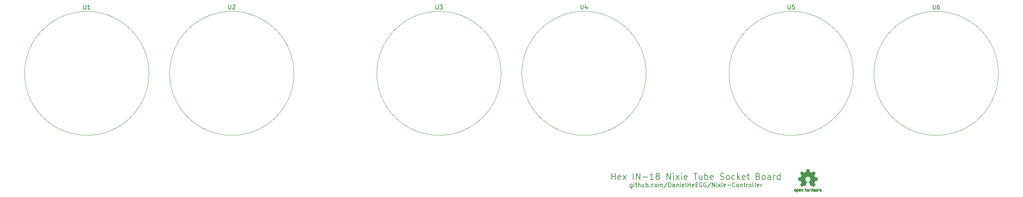
<source format=gbr>
%TF.GenerationSoftware,KiCad,Pcbnew,(5.1.5-131-g305ed0b65)-1*%
%TF.CreationDate,2020-05-02T04:22:27+08:00*%
%TF.ProjectId,IN-18,494e2d31-382e-46b6-9963-61645f706362,rev?*%
%TF.SameCoordinates,Original*%
%TF.FileFunction,Legend,Top*%
%TF.FilePolarity,Positive*%
%FSLAX46Y46*%
G04 Gerber Fmt 4.6, Leading zero omitted, Abs format (unit mm)*
G04 Created by KiCad (PCBNEW (5.1.5-131-g305ed0b65)-1) date 2020-05-02 04:22:27*
%MOMM*%
%LPD*%
G01*
G04 APERTURE LIST*
%ADD10C,0.150000*%
%ADD11C,0.200000*%
%ADD12C,0.010000*%
%ADD13C,0.120000*%
G04 APERTURE END LIST*
D10*
X141595238Y-80785714D02*
X141595238Y-81595238D01*
X141547619Y-81690476D01*
X141500000Y-81738095D01*
X141404761Y-81785714D01*
X141261904Y-81785714D01*
X141166666Y-81738095D01*
X141595238Y-81404761D02*
X141500000Y-81452380D01*
X141309523Y-81452380D01*
X141214285Y-81404761D01*
X141166666Y-81357142D01*
X141119047Y-81261904D01*
X141119047Y-80976190D01*
X141166666Y-80880952D01*
X141214285Y-80833333D01*
X141309523Y-80785714D01*
X141500000Y-80785714D01*
X141595238Y-80833333D01*
X142071428Y-81452380D02*
X142071428Y-80785714D01*
X142071428Y-80452380D02*
X142023809Y-80500000D01*
X142071428Y-80547619D01*
X142119047Y-80500000D01*
X142071428Y-80452380D01*
X142071428Y-80547619D01*
X142404761Y-80785714D02*
X142785714Y-80785714D01*
X142547619Y-80452380D02*
X142547619Y-81309523D01*
X142595238Y-81404761D01*
X142690476Y-81452380D01*
X142785714Y-81452380D01*
X143119047Y-81452380D02*
X143119047Y-80452380D01*
X143547619Y-81452380D02*
X143547619Y-80928571D01*
X143500000Y-80833333D01*
X143404761Y-80785714D01*
X143261904Y-80785714D01*
X143166666Y-80833333D01*
X143119047Y-80880952D01*
X144452380Y-80785714D02*
X144452380Y-81452380D01*
X144023809Y-80785714D02*
X144023809Y-81309523D01*
X144071428Y-81404761D01*
X144166666Y-81452380D01*
X144309523Y-81452380D01*
X144404761Y-81404761D01*
X144452380Y-81357142D01*
X144928571Y-81452380D02*
X144928571Y-80452380D01*
X144928571Y-80833333D02*
X145023809Y-80785714D01*
X145214285Y-80785714D01*
X145309523Y-80833333D01*
X145357142Y-80880952D01*
X145404761Y-80976190D01*
X145404761Y-81261904D01*
X145357142Y-81357142D01*
X145309523Y-81404761D01*
X145214285Y-81452380D01*
X145023809Y-81452380D01*
X144928571Y-81404761D01*
X145833333Y-81357142D02*
X145880952Y-81404761D01*
X145833333Y-81452380D01*
X145785714Y-81404761D01*
X145833333Y-81357142D01*
X145833333Y-81452380D01*
X146738095Y-81404761D02*
X146642857Y-81452380D01*
X146452380Y-81452380D01*
X146357142Y-81404761D01*
X146309523Y-81357142D01*
X146261904Y-81261904D01*
X146261904Y-80976190D01*
X146309523Y-80880952D01*
X146357142Y-80833333D01*
X146452380Y-80785714D01*
X146642857Y-80785714D01*
X146738095Y-80833333D01*
X147309523Y-81452380D02*
X147214285Y-81404761D01*
X147166666Y-81357142D01*
X147119047Y-81261904D01*
X147119047Y-80976190D01*
X147166666Y-80880952D01*
X147214285Y-80833333D01*
X147309523Y-80785714D01*
X147452380Y-80785714D01*
X147547619Y-80833333D01*
X147595238Y-80880952D01*
X147642857Y-80976190D01*
X147642857Y-81261904D01*
X147595238Y-81357142D01*
X147547619Y-81404761D01*
X147452380Y-81452380D01*
X147309523Y-81452380D01*
X148071428Y-81452380D02*
X148071428Y-80785714D01*
X148071428Y-80880952D02*
X148119047Y-80833333D01*
X148214285Y-80785714D01*
X148357142Y-80785714D01*
X148452380Y-80833333D01*
X148500000Y-80928571D01*
X148500000Y-81452380D01*
X148500000Y-80928571D02*
X148547619Y-80833333D01*
X148642857Y-80785714D01*
X148785714Y-80785714D01*
X148880952Y-80833333D01*
X148928571Y-80928571D01*
X148928571Y-81452380D01*
X150119047Y-80404761D02*
X149261904Y-81690476D01*
X150452380Y-81452380D02*
X150452380Y-80452380D01*
X150690476Y-80452380D01*
X150833333Y-80500000D01*
X150928571Y-80595238D01*
X150976190Y-80690476D01*
X151023809Y-80880952D01*
X151023809Y-81023809D01*
X150976190Y-81214285D01*
X150928571Y-81309523D01*
X150833333Y-81404761D01*
X150690476Y-81452380D01*
X150452380Y-81452380D01*
X151880952Y-81452380D02*
X151880952Y-80928571D01*
X151833333Y-80833333D01*
X151738095Y-80785714D01*
X151547619Y-80785714D01*
X151452380Y-80833333D01*
X151880952Y-81404761D02*
X151785714Y-81452380D01*
X151547619Y-81452380D01*
X151452380Y-81404761D01*
X151404761Y-81309523D01*
X151404761Y-81214285D01*
X151452380Y-81119047D01*
X151547619Y-81071428D01*
X151785714Y-81071428D01*
X151880952Y-81023809D01*
X152357142Y-80785714D02*
X152357142Y-81452380D01*
X152357142Y-80880952D02*
X152404761Y-80833333D01*
X152500000Y-80785714D01*
X152642857Y-80785714D01*
X152738095Y-80833333D01*
X152785714Y-80928571D01*
X152785714Y-81452380D01*
X153261904Y-81452380D02*
X153261904Y-80785714D01*
X153261904Y-80452380D02*
X153214285Y-80500000D01*
X153261904Y-80547619D01*
X153309523Y-80500000D01*
X153261904Y-80452380D01*
X153261904Y-80547619D01*
X154119047Y-81404761D02*
X154023809Y-81452380D01*
X153833333Y-81452380D01*
X153738095Y-81404761D01*
X153690476Y-81309523D01*
X153690476Y-80928571D01*
X153738095Y-80833333D01*
X153833333Y-80785714D01*
X154023809Y-80785714D01*
X154119047Y-80833333D01*
X154166666Y-80928571D01*
X154166666Y-81023809D01*
X153690476Y-81119047D01*
X154738095Y-81452380D02*
X154642857Y-81404761D01*
X154595238Y-81309523D01*
X154595238Y-80452380D01*
X155119047Y-81452380D02*
X155119047Y-80452380D01*
X155119047Y-80928571D02*
X155690476Y-80928571D01*
X155690476Y-81452380D02*
X155690476Y-80452380D01*
X156547619Y-81404761D02*
X156452380Y-81452380D01*
X156261904Y-81452380D01*
X156166666Y-81404761D01*
X156119047Y-81309523D01*
X156119047Y-80928571D01*
X156166666Y-80833333D01*
X156261904Y-80785714D01*
X156452380Y-80785714D01*
X156547619Y-80833333D01*
X156595238Y-80928571D01*
X156595238Y-81023809D01*
X156119047Y-81119047D01*
X157023809Y-80928571D02*
X157357142Y-80928571D01*
X157500000Y-81452380D02*
X157023809Y-81452380D01*
X157023809Y-80452380D01*
X157500000Y-80452380D01*
X158452380Y-80500000D02*
X158357142Y-80452380D01*
X158214285Y-80452380D01*
X158071428Y-80500000D01*
X157976190Y-80595238D01*
X157928571Y-80690476D01*
X157880952Y-80880952D01*
X157880952Y-81023809D01*
X157928571Y-81214285D01*
X157976190Y-81309523D01*
X158071428Y-81404761D01*
X158214285Y-81452380D01*
X158309523Y-81452380D01*
X158452380Y-81404761D01*
X158500000Y-81357142D01*
X158500000Y-81023809D01*
X158309523Y-81023809D01*
X159452380Y-80500000D02*
X159357142Y-80452380D01*
X159214285Y-80452380D01*
X159071428Y-80500000D01*
X158976190Y-80595238D01*
X158928571Y-80690476D01*
X158880952Y-80880952D01*
X158880952Y-81023809D01*
X158928571Y-81214285D01*
X158976190Y-81309523D01*
X159071428Y-81404761D01*
X159214285Y-81452380D01*
X159309523Y-81452380D01*
X159452380Y-81404761D01*
X159500000Y-81357142D01*
X159500000Y-81023809D01*
X159309523Y-81023809D01*
X160642857Y-80404761D02*
X159785714Y-81690476D01*
X160976190Y-81452380D02*
X160976190Y-80452380D01*
X161547619Y-81452380D01*
X161547619Y-80452380D01*
X162023809Y-81452380D02*
X162023809Y-80785714D01*
X162023809Y-80452380D02*
X161976190Y-80500000D01*
X162023809Y-80547619D01*
X162071428Y-80500000D01*
X162023809Y-80452380D01*
X162023809Y-80547619D01*
X162404761Y-81452380D02*
X162928571Y-80785714D01*
X162404761Y-80785714D02*
X162928571Y-81452380D01*
X163309523Y-81452380D02*
X163309523Y-80785714D01*
X163309523Y-80452380D02*
X163261904Y-80500000D01*
X163309523Y-80547619D01*
X163357142Y-80500000D01*
X163309523Y-80452380D01*
X163309523Y-80547619D01*
X164166666Y-81404761D02*
X164071428Y-81452380D01*
X163880952Y-81452380D01*
X163785714Y-81404761D01*
X163738095Y-81309523D01*
X163738095Y-80928571D01*
X163785714Y-80833333D01*
X163880952Y-80785714D01*
X164071428Y-80785714D01*
X164166666Y-80833333D01*
X164214285Y-80928571D01*
X164214285Y-81023809D01*
X163738095Y-81119047D01*
X164642857Y-81071428D02*
X165404761Y-81071428D01*
X166452380Y-81357142D02*
X166404761Y-81404761D01*
X166261904Y-81452380D01*
X166166666Y-81452380D01*
X166023809Y-81404761D01*
X165928571Y-81309523D01*
X165880952Y-81214285D01*
X165833333Y-81023809D01*
X165833333Y-80880952D01*
X165880952Y-80690476D01*
X165928571Y-80595238D01*
X166023809Y-80500000D01*
X166166666Y-80452380D01*
X166261904Y-80452380D01*
X166404761Y-80500000D01*
X166452380Y-80547619D01*
X167023809Y-81452380D02*
X166928571Y-81404761D01*
X166880952Y-81357142D01*
X166833333Y-81261904D01*
X166833333Y-80976190D01*
X166880952Y-80880952D01*
X166928571Y-80833333D01*
X167023809Y-80785714D01*
X167166666Y-80785714D01*
X167261904Y-80833333D01*
X167309523Y-80880952D01*
X167357142Y-80976190D01*
X167357142Y-81261904D01*
X167309523Y-81357142D01*
X167261904Y-81404761D01*
X167166666Y-81452380D01*
X167023809Y-81452380D01*
X167785714Y-80785714D02*
X167785714Y-81452380D01*
X167785714Y-80880952D02*
X167833333Y-80833333D01*
X167928571Y-80785714D01*
X168071428Y-80785714D01*
X168166666Y-80833333D01*
X168214285Y-80928571D01*
X168214285Y-81452380D01*
X168547619Y-80785714D02*
X168928571Y-80785714D01*
X168690476Y-80452380D02*
X168690476Y-81309523D01*
X168738095Y-81404761D01*
X168833333Y-81452380D01*
X168928571Y-81452380D01*
X169261904Y-81452380D02*
X169261904Y-80785714D01*
X169261904Y-80976190D02*
X169309523Y-80880952D01*
X169357142Y-80833333D01*
X169452380Y-80785714D01*
X169547619Y-80785714D01*
X170023809Y-81452380D02*
X169928571Y-81404761D01*
X169880952Y-81357142D01*
X169833333Y-81261904D01*
X169833333Y-80976190D01*
X169880952Y-80880952D01*
X169928571Y-80833333D01*
X170023809Y-80785714D01*
X170166666Y-80785714D01*
X170261904Y-80833333D01*
X170309523Y-80880952D01*
X170357142Y-80976190D01*
X170357142Y-81261904D01*
X170309523Y-81357142D01*
X170261904Y-81404761D01*
X170166666Y-81452380D01*
X170023809Y-81452380D01*
X170928571Y-81452380D02*
X170833333Y-81404761D01*
X170785714Y-81309523D01*
X170785714Y-80452380D01*
X171452380Y-81452380D02*
X171357142Y-81404761D01*
X171309523Y-81309523D01*
X171309523Y-80452380D01*
X172214285Y-81404761D02*
X172119047Y-81452380D01*
X171928571Y-81452380D01*
X171833333Y-81404761D01*
X171785714Y-81309523D01*
X171785714Y-80928571D01*
X171833333Y-80833333D01*
X171928571Y-80785714D01*
X172119047Y-80785714D01*
X172214285Y-80833333D01*
X172261904Y-80928571D01*
X172261904Y-81023809D01*
X171785714Y-81119047D01*
X172690476Y-81452380D02*
X172690476Y-80785714D01*
X172690476Y-80976190D02*
X172738095Y-80880952D01*
X172785714Y-80833333D01*
X172880952Y-80785714D01*
X172976190Y-80785714D01*
D11*
X136678571Y-79678571D02*
X136678571Y-78178571D01*
X136678571Y-78892857D02*
X137535714Y-78892857D01*
X137535714Y-79678571D02*
X137535714Y-78178571D01*
X138821428Y-79607142D02*
X138678571Y-79678571D01*
X138392857Y-79678571D01*
X138250000Y-79607142D01*
X138178571Y-79464285D01*
X138178571Y-78892857D01*
X138250000Y-78750000D01*
X138392857Y-78678571D01*
X138678571Y-78678571D01*
X138821428Y-78750000D01*
X138892857Y-78892857D01*
X138892857Y-79035714D01*
X138178571Y-79178571D01*
X139392857Y-79678571D02*
X140178571Y-78678571D01*
X139392857Y-78678571D02*
X140178571Y-79678571D01*
X141892857Y-79678571D02*
X141892857Y-78178571D01*
X142607142Y-79678571D02*
X142607142Y-78178571D01*
X143464285Y-79678571D01*
X143464285Y-78178571D01*
X144178571Y-79107142D02*
X145321428Y-79107142D01*
X146821428Y-79678571D02*
X145964285Y-79678571D01*
X146392857Y-79678571D02*
X146392857Y-78178571D01*
X146250000Y-78392857D01*
X146107142Y-78535714D01*
X145964285Y-78607142D01*
X147678571Y-78821428D02*
X147535714Y-78750000D01*
X147464285Y-78678571D01*
X147392857Y-78535714D01*
X147392857Y-78464285D01*
X147464285Y-78321428D01*
X147535714Y-78250000D01*
X147678571Y-78178571D01*
X147964285Y-78178571D01*
X148107142Y-78250000D01*
X148178571Y-78321428D01*
X148250000Y-78464285D01*
X148250000Y-78535714D01*
X148178571Y-78678571D01*
X148107142Y-78750000D01*
X147964285Y-78821428D01*
X147678571Y-78821428D01*
X147535714Y-78892857D01*
X147464285Y-78964285D01*
X147392857Y-79107142D01*
X147392857Y-79392857D01*
X147464285Y-79535714D01*
X147535714Y-79607142D01*
X147678571Y-79678571D01*
X147964285Y-79678571D01*
X148107142Y-79607142D01*
X148178571Y-79535714D01*
X148250000Y-79392857D01*
X148250000Y-79107142D01*
X148178571Y-78964285D01*
X148107142Y-78892857D01*
X147964285Y-78821428D01*
X150035714Y-79678571D02*
X150035714Y-78178571D01*
X150892857Y-79678571D01*
X150892857Y-78178571D01*
X151607142Y-79678571D02*
X151607142Y-78678571D01*
X151607142Y-78178571D02*
X151535714Y-78250000D01*
X151607142Y-78321428D01*
X151678571Y-78250000D01*
X151607142Y-78178571D01*
X151607142Y-78321428D01*
X152178571Y-79678571D02*
X152964285Y-78678571D01*
X152178571Y-78678571D02*
X152964285Y-79678571D01*
X153535714Y-79678571D02*
X153535714Y-78678571D01*
X153535714Y-78178571D02*
X153464285Y-78250000D01*
X153535714Y-78321428D01*
X153607142Y-78250000D01*
X153535714Y-78178571D01*
X153535714Y-78321428D01*
X154821428Y-79607142D02*
X154678571Y-79678571D01*
X154392857Y-79678571D01*
X154250000Y-79607142D01*
X154178571Y-79464285D01*
X154178571Y-78892857D01*
X154250000Y-78750000D01*
X154392857Y-78678571D01*
X154678571Y-78678571D01*
X154821428Y-78750000D01*
X154892857Y-78892857D01*
X154892857Y-79035714D01*
X154178571Y-79178571D01*
X156464285Y-78178571D02*
X157321428Y-78178571D01*
X156892857Y-79678571D02*
X156892857Y-78178571D01*
X158464285Y-78678571D02*
X158464285Y-79678571D01*
X157821428Y-78678571D02*
X157821428Y-79464285D01*
X157892857Y-79607142D01*
X158035714Y-79678571D01*
X158250000Y-79678571D01*
X158392857Y-79607142D01*
X158464285Y-79535714D01*
X159178571Y-79678571D02*
X159178571Y-78178571D01*
X159178571Y-78750000D02*
X159321428Y-78678571D01*
X159607142Y-78678571D01*
X159750000Y-78750000D01*
X159821428Y-78821428D01*
X159892857Y-78964285D01*
X159892857Y-79392857D01*
X159821428Y-79535714D01*
X159750000Y-79607142D01*
X159607142Y-79678571D01*
X159321428Y-79678571D01*
X159178571Y-79607142D01*
X161107142Y-79607142D02*
X160964285Y-79678571D01*
X160678571Y-79678571D01*
X160535714Y-79607142D01*
X160464285Y-79464285D01*
X160464285Y-78892857D01*
X160535714Y-78750000D01*
X160678571Y-78678571D01*
X160964285Y-78678571D01*
X161107142Y-78750000D01*
X161178571Y-78892857D01*
X161178571Y-79035714D01*
X160464285Y-79178571D01*
X162892857Y-79607142D02*
X163107142Y-79678571D01*
X163464285Y-79678571D01*
X163607142Y-79607142D01*
X163678571Y-79535714D01*
X163750000Y-79392857D01*
X163750000Y-79250000D01*
X163678571Y-79107142D01*
X163607142Y-79035714D01*
X163464285Y-78964285D01*
X163178571Y-78892857D01*
X163035714Y-78821428D01*
X162964285Y-78750000D01*
X162892857Y-78607142D01*
X162892857Y-78464285D01*
X162964285Y-78321428D01*
X163035714Y-78250000D01*
X163178571Y-78178571D01*
X163535714Y-78178571D01*
X163750000Y-78250000D01*
X164607142Y-79678571D02*
X164464285Y-79607142D01*
X164392857Y-79535714D01*
X164321428Y-79392857D01*
X164321428Y-78964285D01*
X164392857Y-78821428D01*
X164464285Y-78750000D01*
X164607142Y-78678571D01*
X164821428Y-78678571D01*
X164964285Y-78750000D01*
X165035714Y-78821428D01*
X165107142Y-78964285D01*
X165107142Y-79392857D01*
X165035714Y-79535714D01*
X164964285Y-79607142D01*
X164821428Y-79678571D01*
X164607142Y-79678571D01*
X166392857Y-79607142D02*
X166250000Y-79678571D01*
X165964285Y-79678571D01*
X165821428Y-79607142D01*
X165750000Y-79535714D01*
X165678571Y-79392857D01*
X165678571Y-78964285D01*
X165750000Y-78821428D01*
X165821428Y-78750000D01*
X165964285Y-78678571D01*
X166250000Y-78678571D01*
X166392857Y-78750000D01*
X167035714Y-79678571D02*
X167035714Y-78178571D01*
X167178571Y-79107142D02*
X167607142Y-79678571D01*
X167607142Y-78678571D02*
X167035714Y-79250000D01*
X168821428Y-79607142D02*
X168678571Y-79678571D01*
X168392857Y-79678571D01*
X168250000Y-79607142D01*
X168178571Y-79464285D01*
X168178571Y-78892857D01*
X168250000Y-78750000D01*
X168392857Y-78678571D01*
X168678571Y-78678571D01*
X168821428Y-78750000D01*
X168892857Y-78892857D01*
X168892857Y-79035714D01*
X168178571Y-79178571D01*
X169321428Y-78678571D02*
X169892857Y-78678571D01*
X169535714Y-78178571D02*
X169535714Y-79464285D01*
X169607142Y-79607142D01*
X169750000Y-79678571D01*
X169892857Y-79678571D01*
X172035714Y-78892857D02*
X172250000Y-78964285D01*
X172321428Y-79035714D01*
X172392857Y-79178571D01*
X172392857Y-79392857D01*
X172321428Y-79535714D01*
X172250000Y-79607142D01*
X172107142Y-79678571D01*
X171535714Y-79678571D01*
X171535714Y-78178571D01*
X172035714Y-78178571D01*
X172178571Y-78250000D01*
X172250000Y-78321428D01*
X172321428Y-78464285D01*
X172321428Y-78607142D01*
X172250000Y-78750000D01*
X172178571Y-78821428D01*
X172035714Y-78892857D01*
X171535714Y-78892857D01*
X173250000Y-79678571D02*
X173107142Y-79607142D01*
X173035714Y-79535714D01*
X172964285Y-79392857D01*
X172964285Y-78964285D01*
X173035714Y-78821428D01*
X173107142Y-78750000D01*
X173250000Y-78678571D01*
X173464285Y-78678571D01*
X173607142Y-78750000D01*
X173678571Y-78821428D01*
X173750000Y-78964285D01*
X173750000Y-79392857D01*
X173678571Y-79535714D01*
X173607142Y-79607142D01*
X173464285Y-79678571D01*
X173250000Y-79678571D01*
X175035714Y-79678571D02*
X175035714Y-78892857D01*
X174964285Y-78750000D01*
X174821428Y-78678571D01*
X174535714Y-78678571D01*
X174392857Y-78750000D01*
X175035714Y-79607142D02*
X174892857Y-79678571D01*
X174535714Y-79678571D01*
X174392857Y-79607142D01*
X174321428Y-79464285D01*
X174321428Y-79321428D01*
X174392857Y-79178571D01*
X174535714Y-79107142D01*
X174892857Y-79107142D01*
X175035714Y-79035714D01*
X175750000Y-79678571D02*
X175750000Y-78678571D01*
X175750000Y-78964285D02*
X175821428Y-78821428D01*
X175892857Y-78750000D01*
X176035714Y-78678571D01*
X176178571Y-78678571D01*
X177321428Y-79678571D02*
X177321428Y-78178571D01*
X177321428Y-79607142D02*
X177178571Y-79678571D01*
X176892857Y-79678571D01*
X176750000Y-79607142D01*
X176678571Y-79535714D01*
X176607142Y-79392857D01*
X176607142Y-78964285D01*
X176678571Y-78821428D01*
X176750000Y-78750000D01*
X176892857Y-78678571D01*
X177178571Y-78678571D01*
X177321428Y-78750000D01*
D12*
%TO.C,REF\u002A\u002A*%
G36*
X184103910Y-77242348D02*
G01*
X184182454Y-77242778D01*
X184239298Y-77243942D01*
X184278105Y-77246207D01*
X184302538Y-77249940D01*
X184316262Y-77255506D01*
X184322940Y-77263273D01*
X184326236Y-77273605D01*
X184326556Y-77274943D01*
X184331562Y-77299079D01*
X184340829Y-77346701D01*
X184353392Y-77412741D01*
X184368287Y-77492128D01*
X184384551Y-77579796D01*
X184385119Y-77582875D01*
X184401410Y-77668789D01*
X184416652Y-77744696D01*
X184429861Y-77806045D01*
X184440054Y-77848282D01*
X184446248Y-77866855D01*
X184446543Y-77867184D01*
X184464788Y-77876253D01*
X184502405Y-77891367D01*
X184551271Y-77909262D01*
X184551543Y-77909358D01*
X184613093Y-77932493D01*
X184685657Y-77961965D01*
X184754057Y-77991597D01*
X184757294Y-77993062D01*
X184868702Y-78043626D01*
X185115399Y-77875160D01*
X185191077Y-77823803D01*
X185259631Y-77777889D01*
X185317088Y-77740030D01*
X185359476Y-77712837D01*
X185382825Y-77698921D01*
X185385042Y-77697889D01*
X185402010Y-77702484D01*
X185433701Y-77724655D01*
X185481352Y-77765447D01*
X185546198Y-77825905D01*
X185612397Y-77890227D01*
X185676214Y-77953612D01*
X185733329Y-78011451D01*
X185780305Y-78060175D01*
X185813703Y-78096210D01*
X185830085Y-78115984D01*
X185830694Y-78117002D01*
X185832505Y-78130572D01*
X185825683Y-78152733D01*
X185808540Y-78186478D01*
X185779393Y-78234800D01*
X185736555Y-78300692D01*
X185679448Y-78385517D01*
X185628766Y-78460177D01*
X185583461Y-78527140D01*
X185546150Y-78582516D01*
X185519452Y-78622420D01*
X185505985Y-78642962D01*
X185505137Y-78644356D01*
X185506781Y-78664038D01*
X185519245Y-78702293D01*
X185540048Y-78751889D01*
X185547462Y-78767728D01*
X185579814Y-78838290D01*
X185614328Y-78918353D01*
X185642365Y-78987629D01*
X185662568Y-79039045D01*
X185678615Y-79078119D01*
X185687888Y-79098541D01*
X185689041Y-79100114D01*
X185706096Y-79102721D01*
X185746298Y-79109863D01*
X185804302Y-79120523D01*
X185874763Y-79133685D01*
X185952335Y-79148333D01*
X186031672Y-79163449D01*
X186107431Y-79178018D01*
X186174264Y-79191022D01*
X186226828Y-79201445D01*
X186259776Y-79208270D01*
X186267857Y-79210199D01*
X186276205Y-79214962D01*
X186282506Y-79225718D01*
X186287045Y-79246098D01*
X186290104Y-79279734D01*
X186291967Y-79330255D01*
X186292918Y-79401292D01*
X186293240Y-79496476D01*
X186293257Y-79535492D01*
X186293257Y-79852799D01*
X186217057Y-79867839D01*
X186174663Y-79875995D01*
X186111400Y-79887899D01*
X186034962Y-79902116D01*
X185953043Y-79917210D01*
X185930400Y-79921355D01*
X185854806Y-79936053D01*
X185788953Y-79950505D01*
X185738366Y-79963375D01*
X185708574Y-79973322D01*
X185703612Y-79976287D01*
X185691426Y-79997283D01*
X185673953Y-80037967D01*
X185654577Y-80090322D01*
X185650734Y-80101600D01*
X185625339Y-80171523D01*
X185593817Y-80250418D01*
X185562969Y-80321266D01*
X185562817Y-80321595D01*
X185511447Y-80432733D01*
X185680399Y-80681253D01*
X185849352Y-80929772D01*
X185632429Y-81147058D01*
X185566819Y-81211726D01*
X185506979Y-81268733D01*
X185456267Y-81315033D01*
X185418046Y-81347584D01*
X185395675Y-81363343D01*
X185392466Y-81364343D01*
X185373626Y-81356469D01*
X185335180Y-81334578D01*
X185281330Y-81301267D01*
X185216276Y-81259131D01*
X185145940Y-81211943D01*
X185074555Y-81163810D01*
X185010908Y-81121928D01*
X184959041Y-81088871D01*
X184922995Y-81067218D01*
X184906867Y-81059543D01*
X184887189Y-81066037D01*
X184849875Y-81083150D01*
X184802621Y-81107326D01*
X184797612Y-81110013D01*
X184733977Y-81141927D01*
X184690341Y-81157579D01*
X184663202Y-81157745D01*
X184649057Y-81143204D01*
X184648975Y-81143000D01*
X184641905Y-81125779D01*
X184625042Y-81084899D01*
X184599695Y-81023525D01*
X184567171Y-80944819D01*
X184528778Y-80851947D01*
X184485822Y-80748072D01*
X184444222Y-80647502D01*
X184398504Y-80536516D01*
X184356526Y-80433703D01*
X184319548Y-80342215D01*
X184288827Y-80265201D01*
X184265622Y-80205815D01*
X184251190Y-80167209D01*
X184246743Y-80152800D01*
X184257896Y-80136272D01*
X184287069Y-80109930D01*
X184325971Y-80080887D01*
X184436757Y-79989039D01*
X184523351Y-79883759D01*
X184584716Y-79767266D01*
X184619815Y-79641776D01*
X184627608Y-79509507D01*
X184621943Y-79448457D01*
X184591078Y-79321795D01*
X184537920Y-79209941D01*
X184465767Y-79114001D01*
X184377917Y-79035076D01*
X184277665Y-78974270D01*
X184168310Y-78932687D01*
X184053147Y-78911428D01*
X183935475Y-78911599D01*
X183818590Y-78934301D01*
X183705789Y-78980638D01*
X183600369Y-79051713D01*
X183556368Y-79091911D01*
X183471979Y-79195129D01*
X183413222Y-79307925D01*
X183379704Y-79427010D01*
X183371035Y-79549095D01*
X183386823Y-79670893D01*
X183426678Y-79789116D01*
X183490207Y-79900475D01*
X183577021Y-80001684D01*
X183674029Y-80080887D01*
X183714437Y-80111162D01*
X183742982Y-80137219D01*
X183753257Y-80152825D01*
X183747877Y-80169843D01*
X183732575Y-80210500D01*
X183708612Y-80271642D01*
X183677244Y-80350119D01*
X183639732Y-80442780D01*
X183597333Y-80546472D01*
X183555663Y-80647526D01*
X183509690Y-80758607D01*
X183467107Y-80861541D01*
X183429221Y-80953165D01*
X183397340Y-81030316D01*
X183372771Y-81089831D01*
X183356820Y-81128544D01*
X183350910Y-81143000D01*
X183336948Y-81157685D01*
X183309940Y-81157642D01*
X183266413Y-81142099D01*
X183202890Y-81110284D01*
X183202388Y-81110013D01*
X183154560Y-81085323D01*
X183115897Y-81067338D01*
X183094095Y-81059614D01*
X183093133Y-81059543D01*
X183076721Y-81067378D01*
X183040487Y-81089165D01*
X182988474Y-81122328D01*
X182924725Y-81164291D01*
X182854060Y-81211943D01*
X182782116Y-81260191D01*
X182717274Y-81302151D01*
X182663735Y-81335227D01*
X182625697Y-81356821D01*
X182607533Y-81364343D01*
X182590808Y-81354457D01*
X182557180Y-81326826D01*
X182510010Y-81284495D01*
X182452658Y-81230505D01*
X182388484Y-81167899D01*
X182367497Y-81146983D01*
X182150499Y-80929623D01*
X182315668Y-80687220D01*
X182365864Y-80612781D01*
X182409919Y-80545972D01*
X182445362Y-80490665D01*
X182469719Y-80450729D01*
X182480522Y-80430036D01*
X182480838Y-80428563D01*
X182475143Y-80409058D01*
X182459826Y-80369822D01*
X182437537Y-80317430D01*
X182421893Y-80282355D01*
X182392641Y-80215201D01*
X182365094Y-80147358D01*
X182343737Y-80090034D01*
X182337935Y-80072572D01*
X182321452Y-80025938D01*
X182305340Y-79989905D01*
X182296490Y-79976287D01*
X182276960Y-79967952D01*
X182234334Y-79956137D01*
X182174145Y-79942181D01*
X182101922Y-79927422D01*
X182069600Y-79921355D01*
X181987522Y-79906273D01*
X181908795Y-79891669D01*
X181841109Y-79878980D01*
X181792160Y-79869642D01*
X181782943Y-79867839D01*
X181706743Y-79852799D01*
X181706743Y-79535492D01*
X181706914Y-79431154D01*
X181707616Y-79352213D01*
X181709134Y-79295038D01*
X181711749Y-79255999D01*
X181715746Y-79231465D01*
X181721409Y-79217805D01*
X181729020Y-79211389D01*
X181732143Y-79210199D01*
X181750978Y-79205980D01*
X181792588Y-79197562D01*
X181851630Y-79185961D01*
X181922757Y-79172195D01*
X182000625Y-79157280D01*
X182079887Y-79142232D01*
X182155198Y-79128069D01*
X182221213Y-79115806D01*
X182272587Y-79106461D01*
X182303975Y-79101050D01*
X182310959Y-79100114D01*
X182317285Y-79087596D01*
X182331290Y-79054246D01*
X182350355Y-79006377D01*
X182357634Y-78987629D01*
X182386996Y-78915195D01*
X182421571Y-78835170D01*
X182452537Y-78767728D01*
X182475323Y-78716159D01*
X182490482Y-78673785D01*
X182495542Y-78647834D01*
X182494736Y-78644356D01*
X182484041Y-78627936D01*
X182459620Y-78591417D01*
X182424095Y-78538687D01*
X182380087Y-78473635D01*
X182330217Y-78400151D01*
X182320356Y-78385645D01*
X182262492Y-78299704D01*
X182219956Y-78234261D01*
X182191054Y-78186304D01*
X182174090Y-78152820D01*
X182167367Y-78130795D01*
X182169190Y-78117217D01*
X182169236Y-78117131D01*
X182183586Y-78099297D01*
X182215323Y-78064817D01*
X182261010Y-78017268D01*
X182317204Y-77960222D01*
X182380468Y-77897255D01*
X182387602Y-77890227D01*
X182467330Y-77813020D01*
X182528857Y-77756330D01*
X182573421Y-77719110D01*
X182602257Y-77700315D01*
X182614958Y-77697889D01*
X182633494Y-77708471D01*
X182671961Y-77732916D01*
X182726386Y-77768612D01*
X182792798Y-77812947D01*
X182867225Y-77863311D01*
X182884601Y-77875160D01*
X183131297Y-78043626D01*
X183242706Y-77993062D01*
X183310457Y-77963595D01*
X183383183Y-77933959D01*
X183445703Y-77910330D01*
X183448457Y-77909358D01*
X183497360Y-77891457D01*
X183535057Y-77876320D01*
X183553425Y-77867210D01*
X183553456Y-77867184D01*
X183559285Y-77850717D01*
X183569192Y-77810219D01*
X183582195Y-77750242D01*
X183597309Y-77675340D01*
X183613552Y-77590064D01*
X183614881Y-77582875D01*
X183631175Y-77495014D01*
X183646133Y-77415260D01*
X183658791Y-77348681D01*
X183668186Y-77300347D01*
X183673354Y-77275325D01*
X183673444Y-77274943D01*
X183676589Y-77264299D01*
X183682704Y-77256262D01*
X183695453Y-77250467D01*
X183718500Y-77246547D01*
X183755509Y-77244135D01*
X183810144Y-77242865D01*
X183886067Y-77242371D01*
X183986944Y-77242286D01*
X184000000Y-77242286D01*
X184103910Y-77242348D01*
G37*
X184103910Y-77242348D02*
X184182454Y-77242778D01*
X184239298Y-77243942D01*
X184278105Y-77246207D01*
X184302538Y-77249940D01*
X184316262Y-77255506D01*
X184322940Y-77263273D01*
X184326236Y-77273605D01*
X184326556Y-77274943D01*
X184331562Y-77299079D01*
X184340829Y-77346701D01*
X184353392Y-77412741D01*
X184368287Y-77492128D01*
X184384551Y-77579796D01*
X184385119Y-77582875D01*
X184401410Y-77668789D01*
X184416652Y-77744696D01*
X184429861Y-77806045D01*
X184440054Y-77848282D01*
X184446248Y-77866855D01*
X184446543Y-77867184D01*
X184464788Y-77876253D01*
X184502405Y-77891367D01*
X184551271Y-77909262D01*
X184551543Y-77909358D01*
X184613093Y-77932493D01*
X184685657Y-77961965D01*
X184754057Y-77991597D01*
X184757294Y-77993062D01*
X184868702Y-78043626D01*
X185115399Y-77875160D01*
X185191077Y-77823803D01*
X185259631Y-77777889D01*
X185317088Y-77740030D01*
X185359476Y-77712837D01*
X185382825Y-77698921D01*
X185385042Y-77697889D01*
X185402010Y-77702484D01*
X185433701Y-77724655D01*
X185481352Y-77765447D01*
X185546198Y-77825905D01*
X185612397Y-77890227D01*
X185676214Y-77953612D01*
X185733329Y-78011451D01*
X185780305Y-78060175D01*
X185813703Y-78096210D01*
X185830085Y-78115984D01*
X185830694Y-78117002D01*
X185832505Y-78130572D01*
X185825683Y-78152733D01*
X185808540Y-78186478D01*
X185779393Y-78234800D01*
X185736555Y-78300692D01*
X185679448Y-78385517D01*
X185628766Y-78460177D01*
X185583461Y-78527140D01*
X185546150Y-78582516D01*
X185519452Y-78622420D01*
X185505985Y-78642962D01*
X185505137Y-78644356D01*
X185506781Y-78664038D01*
X185519245Y-78702293D01*
X185540048Y-78751889D01*
X185547462Y-78767728D01*
X185579814Y-78838290D01*
X185614328Y-78918353D01*
X185642365Y-78987629D01*
X185662568Y-79039045D01*
X185678615Y-79078119D01*
X185687888Y-79098541D01*
X185689041Y-79100114D01*
X185706096Y-79102721D01*
X185746298Y-79109863D01*
X185804302Y-79120523D01*
X185874763Y-79133685D01*
X185952335Y-79148333D01*
X186031672Y-79163449D01*
X186107431Y-79178018D01*
X186174264Y-79191022D01*
X186226828Y-79201445D01*
X186259776Y-79208270D01*
X186267857Y-79210199D01*
X186276205Y-79214962D01*
X186282506Y-79225718D01*
X186287045Y-79246098D01*
X186290104Y-79279734D01*
X186291967Y-79330255D01*
X186292918Y-79401292D01*
X186293240Y-79496476D01*
X186293257Y-79535492D01*
X186293257Y-79852799D01*
X186217057Y-79867839D01*
X186174663Y-79875995D01*
X186111400Y-79887899D01*
X186034962Y-79902116D01*
X185953043Y-79917210D01*
X185930400Y-79921355D01*
X185854806Y-79936053D01*
X185788953Y-79950505D01*
X185738366Y-79963375D01*
X185708574Y-79973322D01*
X185703612Y-79976287D01*
X185691426Y-79997283D01*
X185673953Y-80037967D01*
X185654577Y-80090322D01*
X185650734Y-80101600D01*
X185625339Y-80171523D01*
X185593817Y-80250418D01*
X185562969Y-80321266D01*
X185562817Y-80321595D01*
X185511447Y-80432733D01*
X185680399Y-80681253D01*
X185849352Y-80929772D01*
X185632429Y-81147058D01*
X185566819Y-81211726D01*
X185506979Y-81268733D01*
X185456267Y-81315033D01*
X185418046Y-81347584D01*
X185395675Y-81363343D01*
X185392466Y-81364343D01*
X185373626Y-81356469D01*
X185335180Y-81334578D01*
X185281330Y-81301267D01*
X185216276Y-81259131D01*
X185145940Y-81211943D01*
X185074555Y-81163810D01*
X185010908Y-81121928D01*
X184959041Y-81088871D01*
X184922995Y-81067218D01*
X184906867Y-81059543D01*
X184887189Y-81066037D01*
X184849875Y-81083150D01*
X184802621Y-81107326D01*
X184797612Y-81110013D01*
X184733977Y-81141927D01*
X184690341Y-81157579D01*
X184663202Y-81157745D01*
X184649057Y-81143204D01*
X184648975Y-81143000D01*
X184641905Y-81125779D01*
X184625042Y-81084899D01*
X184599695Y-81023525D01*
X184567171Y-80944819D01*
X184528778Y-80851947D01*
X184485822Y-80748072D01*
X184444222Y-80647502D01*
X184398504Y-80536516D01*
X184356526Y-80433703D01*
X184319548Y-80342215D01*
X184288827Y-80265201D01*
X184265622Y-80205815D01*
X184251190Y-80167209D01*
X184246743Y-80152800D01*
X184257896Y-80136272D01*
X184287069Y-80109930D01*
X184325971Y-80080887D01*
X184436757Y-79989039D01*
X184523351Y-79883759D01*
X184584716Y-79767266D01*
X184619815Y-79641776D01*
X184627608Y-79509507D01*
X184621943Y-79448457D01*
X184591078Y-79321795D01*
X184537920Y-79209941D01*
X184465767Y-79114001D01*
X184377917Y-79035076D01*
X184277665Y-78974270D01*
X184168310Y-78932687D01*
X184053147Y-78911428D01*
X183935475Y-78911599D01*
X183818590Y-78934301D01*
X183705789Y-78980638D01*
X183600369Y-79051713D01*
X183556368Y-79091911D01*
X183471979Y-79195129D01*
X183413222Y-79307925D01*
X183379704Y-79427010D01*
X183371035Y-79549095D01*
X183386823Y-79670893D01*
X183426678Y-79789116D01*
X183490207Y-79900475D01*
X183577021Y-80001684D01*
X183674029Y-80080887D01*
X183714437Y-80111162D01*
X183742982Y-80137219D01*
X183753257Y-80152825D01*
X183747877Y-80169843D01*
X183732575Y-80210500D01*
X183708612Y-80271642D01*
X183677244Y-80350119D01*
X183639732Y-80442780D01*
X183597333Y-80546472D01*
X183555663Y-80647526D01*
X183509690Y-80758607D01*
X183467107Y-80861541D01*
X183429221Y-80953165D01*
X183397340Y-81030316D01*
X183372771Y-81089831D01*
X183356820Y-81128544D01*
X183350910Y-81143000D01*
X183336948Y-81157685D01*
X183309940Y-81157642D01*
X183266413Y-81142099D01*
X183202890Y-81110284D01*
X183202388Y-81110013D01*
X183154560Y-81085323D01*
X183115897Y-81067338D01*
X183094095Y-81059614D01*
X183093133Y-81059543D01*
X183076721Y-81067378D01*
X183040487Y-81089165D01*
X182988474Y-81122328D01*
X182924725Y-81164291D01*
X182854060Y-81211943D01*
X182782116Y-81260191D01*
X182717274Y-81302151D01*
X182663735Y-81335227D01*
X182625697Y-81356821D01*
X182607533Y-81364343D01*
X182590808Y-81354457D01*
X182557180Y-81326826D01*
X182510010Y-81284495D01*
X182452658Y-81230505D01*
X182388484Y-81167899D01*
X182367497Y-81146983D01*
X182150499Y-80929623D01*
X182315668Y-80687220D01*
X182365864Y-80612781D01*
X182409919Y-80545972D01*
X182445362Y-80490665D01*
X182469719Y-80450729D01*
X182480522Y-80430036D01*
X182480838Y-80428563D01*
X182475143Y-80409058D01*
X182459826Y-80369822D01*
X182437537Y-80317430D01*
X182421893Y-80282355D01*
X182392641Y-80215201D01*
X182365094Y-80147358D01*
X182343737Y-80090034D01*
X182337935Y-80072572D01*
X182321452Y-80025938D01*
X182305340Y-79989905D01*
X182296490Y-79976287D01*
X182276960Y-79967952D01*
X182234334Y-79956137D01*
X182174145Y-79942181D01*
X182101922Y-79927422D01*
X182069600Y-79921355D01*
X181987522Y-79906273D01*
X181908795Y-79891669D01*
X181841109Y-79878980D01*
X181792160Y-79869642D01*
X181782943Y-79867839D01*
X181706743Y-79852799D01*
X181706743Y-79535492D01*
X181706914Y-79431154D01*
X181707616Y-79352213D01*
X181709134Y-79295038D01*
X181711749Y-79255999D01*
X181715746Y-79231465D01*
X181721409Y-79217805D01*
X181729020Y-79211389D01*
X181732143Y-79210199D01*
X181750978Y-79205980D01*
X181792588Y-79197562D01*
X181851630Y-79185961D01*
X181922757Y-79172195D01*
X182000625Y-79157280D01*
X182079887Y-79142232D01*
X182155198Y-79128069D01*
X182221213Y-79115806D01*
X182272587Y-79106461D01*
X182303975Y-79101050D01*
X182310959Y-79100114D01*
X182317285Y-79087596D01*
X182331290Y-79054246D01*
X182350355Y-79006377D01*
X182357634Y-78987629D01*
X182386996Y-78915195D01*
X182421571Y-78835170D01*
X182452537Y-78767728D01*
X182475323Y-78716159D01*
X182490482Y-78673785D01*
X182495542Y-78647834D01*
X182494736Y-78644356D01*
X182484041Y-78627936D01*
X182459620Y-78591417D01*
X182424095Y-78538687D01*
X182380087Y-78473635D01*
X182330217Y-78400151D01*
X182320356Y-78385645D01*
X182262492Y-78299704D01*
X182219956Y-78234261D01*
X182191054Y-78186304D01*
X182174090Y-78152820D01*
X182167367Y-78130795D01*
X182169190Y-78117217D01*
X182169236Y-78117131D01*
X182183586Y-78099297D01*
X182215323Y-78064817D01*
X182261010Y-78017268D01*
X182317204Y-77960222D01*
X182380468Y-77897255D01*
X182387602Y-77890227D01*
X182467330Y-77813020D01*
X182528857Y-77756330D01*
X182573421Y-77719110D01*
X182602257Y-77700315D01*
X182614958Y-77697889D01*
X182633494Y-77708471D01*
X182671961Y-77732916D01*
X182726386Y-77768612D01*
X182792798Y-77812947D01*
X182867225Y-77863311D01*
X182884601Y-77875160D01*
X183131297Y-78043626D01*
X183242706Y-77993062D01*
X183310457Y-77963595D01*
X183383183Y-77933959D01*
X183445703Y-77910330D01*
X183448457Y-77909358D01*
X183497360Y-77891457D01*
X183535057Y-77876320D01*
X183553425Y-77867210D01*
X183553456Y-77867184D01*
X183559285Y-77850717D01*
X183569192Y-77810219D01*
X183582195Y-77750242D01*
X183597309Y-77675340D01*
X183613552Y-77590064D01*
X183614881Y-77582875D01*
X183631175Y-77495014D01*
X183646133Y-77415260D01*
X183658791Y-77348681D01*
X183668186Y-77300347D01*
X183673354Y-77275325D01*
X183673444Y-77274943D01*
X183676589Y-77264299D01*
X183682704Y-77256262D01*
X183695453Y-77250467D01*
X183718500Y-77246547D01*
X183755509Y-77244135D01*
X183810144Y-77242865D01*
X183886067Y-77242371D01*
X183986944Y-77242286D01*
X184000000Y-77242286D01*
X184103910Y-77242348D01*
G36*
X187153595Y-81966966D02*
G01*
X187211021Y-82004497D01*
X187238719Y-82038096D01*
X187260662Y-82099064D01*
X187262405Y-82147308D01*
X187258457Y-82211816D01*
X187109686Y-82276934D01*
X187037349Y-82310202D01*
X186990084Y-82336964D01*
X186965507Y-82360144D01*
X186961237Y-82382667D01*
X186974889Y-82407455D01*
X186989943Y-82423886D01*
X187033746Y-82450235D01*
X187081389Y-82452081D01*
X187125145Y-82431546D01*
X187157289Y-82390752D01*
X187163038Y-82376347D01*
X187190576Y-82331356D01*
X187222258Y-82312182D01*
X187265714Y-82295779D01*
X187265714Y-82357966D01*
X187261872Y-82400283D01*
X187246823Y-82435969D01*
X187215280Y-82476943D01*
X187210592Y-82482267D01*
X187175506Y-82518720D01*
X187145347Y-82538283D01*
X187107615Y-82547283D01*
X187076335Y-82550230D01*
X187020385Y-82550965D01*
X186980555Y-82541660D01*
X186955708Y-82527846D01*
X186916656Y-82497467D01*
X186889625Y-82464613D01*
X186872517Y-82423294D01*
X186863238Y-82367521D01*
X186859693Y-82291305D01*
X186859410Y-82252622D01*
X186860372Y-82206247D01*
X186948007Y-82206247D01*
X186949023Y-82231126D01*
X186951556Y-82235200D01*
X186968274Y-82229665D01*
X187004249Y-82215017D01*
X187052331Y-82194190D01*
X187062386Y-82189714D01*
X187123152Y-82158814D01*
X187156632Y-82131657D01*
X187163990Y-82106220D01*
X187146391Y-82080481D01*
X187131856Y-82069109D01*
X187079410Y-82046364D01*
X187030322Y-82050122D01*
X186989227Y-82077884D01*
X186960758Y-82127152D01*
X186951631Y-82166257D01*
X186948007Y-82206247D01*
X186860372Y-82206247D01*
X186861285Y-82162249D01*
X186868196Y-82095384D01*
X186881884Y-82046695D01*
X186904096Y-82010849D01*
X186936574Y-81982513D01*
X186950733Y-81973355D01*
X187015053Y-81949507D01*
X187085473Y-81948006D01*
X187153595Y-81966966D01*
G37*
X187153595Y-81966966D02*
X187211021Y-82004497D01*
X187238719Y-82038096D01*
X187260662Y-82099064D01*
X187262405Y-82147308D01*
X187258457Y-82211816D01*
X187109686Y-82276934D01*
X187037349Y-82310202D01*
X186990084Y-82336964D01*
X186965507Y-82360144D01*
X186961237Y-82382667D01*
X186974889Y-82407455D01*
X186989943Y-82423886D01*
X187033746Y-82450235D01*
X187081389Y-82452081D01*
X187125145Y-82431546D01*
X187157289Y-82390752D01*
X187163038Y-82376347D01*
X187190576Y-82331356D01*
X187222258Y-82312182D01*
X187265714Y-82295779D01*
X187265714Y-82357966D01*
X187261872Y-82400283D01*
X187246823Y-82435969D01*
X187215280Y-82476943D01*
X187210592Y-82482267D01*
X187175506Y-82518720D01*
X187145347Y-82538283D01*
X187107615Y-82547283D01*
X187076335Y-82550230D01*
X187020385Y-82550965D01*
X186980555Y-82541660D01*
X186955708Y-82527846D01*
X186916656Y-82497467D01*
X186889625Y-82464613D01*
X186872517Y-82423294D01*
X186863238Y-82367521D01*
X186859693Y-82291305D01*
X186859410Y-82252622D01*
X186860372Y-82206247D01*
X186948007Y-82206247D01*
X186949023Y-82231126D01*
X186951556Y-82235200D01*
X186968274Y-82229665D01*
X187004249Y-82215017D01*
X187052331Y-82194190D01*
X187062386Y-82189714D01*
X187123152Y-82158814D01*
X187156632Y-82131657D01*
X187163990Y-82106220D01*
X187146391Y-82080481D01*
X187131856Y-82069109D01*
X187079410Y-82046364D01*
X187030322Y-82050122D01*
X186989227Y-82077884D01*
X186960758Y-82127152D01*
X186951631Y-82166257D01*
X186948007Y-82206247D01*
X186860372Y-82206247D01*
X186861285Y-82162249D01*
X186868196Y-82095384D01*
X186881884Y-82046695D01*
X186904096Y-82010849D01*
X186936574Y-81982513D01*
X186950733Y-81973355D01*
X187015053Y-81949507D01*
X187085473Y-81948006D01*
X187153595Y-81966966D01*
G36*
X186652600Y-81958752D02*
G01*
X186669948Y-81966334D01*
X186711356Y-81999128D01*
X186746765Y-82046547D01*
X186768664Y-82097151D01*
X186772229Y-82122098D01*
X186760279Y-82156927D01*
X186734067Y-82175357D01*
X186705964Y-82186516D01*
X186693095Y-82188572D01*
X186686829Y-82173649D01*
X186674456Y-82141175D01*
X186669028Y-82126502D01*
X186638590Y-82075744D01*
X186594520Y-82050427D01*
X186538010Y-82051206D01*
X186533825Y-82052203D01*
X186503655Y-82066507D01*
X186481476Y-82094393D01*
X186466327Y-82139287D01*
X186457250Y-82204615D01*
X186453286Y-82293804D01*
X186452914Y-82341261D01*
X186452730Y-82416071D01*
X186451522Y-82467069D01*
X186448309Y-82499471D01*
X186442109Y-82518495D01*
X186431940Y-82529356D01*
X186416819Y-82537272D01*
X186415946Y-82537670D01*
X186386828Y-82549981D01*
X186372403Y-82554514D01*
X186370186Y-82540809D01*
X186368289Y-82502925D01*
X186366847Y-82445715D01*
X186365998Y-82374027D01*
X186365829Y-82321565D01*
X186366692Y-82220047D01*
X186370070Y-82143032D01*
X186377142Y-82086023D01*
X186389088Y-82044526D01*
X186407090Y-82014043D01*
X186432327Y-81990080D01*
X186457247Y-81973355D01*
X186517171Y-81951097D01*
X186586911Y-81946076D01*
X186652600Y-81958752D01*
G37*
X186652600Y-81958752D02*
X186669948Y-81966334D01*
X186711356Y-81999128D01*
X186746765Y-82046547D01*
X186768664Y-82097151D01*
X186772229Y-82122098D01*
X186760279Y-82156927D01*
X186734067Y-82175357D01*
X186705964Y-82186516D01*
X186693095Y-82188572D01*
X186686829Y-82173649D01*
X186674456Y-82141175D01*
X186669028Y-82126502D01*
X186638590Y-82075744D01*
X186594520Y-82050427D01*
X186538010Y-82051206D01*
X186533825Y-82052203D01*
X186503655Y-82066507D01*
X186481476Y-82094393D01*
X186466327Y-82139287D01*
X186457250Y-82204615D01*
X186453286Y-82293804D01*
X186452914Y-82341261D01*
X186452730Y-82416071D01*
X186451522Y-82467069D01*
X186448309Y-82499471D01*
X186442109Y-82518495D01*
X186431940Y-82529356D01*
X186416819Y-82537272D01*
X186415946Y-82537670D01*
X186386828Y-82549981D01*
X186372403Y-82554514D01*
X186370186Y-82540809D01*
X186368289Y-82502925D01*
X186366847Y-82445715D01*
X186365998Y-82374027D01*
X186365829Y-82321565D01*
X186366692Y-82220047D01*
X186370070Y-82143032D01*
X186377142Y-82086023D01*
X186389088Y-82044526D01*
X186407090Y-82014043D01*
X186432327Y-81990080D01*
X186457247Y-81973355D01*
X186517171Y-81951097D01*
X186586911Y-81946076D01*
X186652600Y-81958752D01*
G36*
X186144876Y-81956335D02*
G01*
X186186667Y-81975344D01*
X186219469Y-81998378D01*
X186243503Y-82024133D01*
X186260097Y-82057358D01*
X186270577Y-82102800D01*
X186276271Y-82165207D01*
X186278507Y-82249327D01*
X186278743Y-82304721D01*
X186278743Y-82520826D01*
X186241774Y-82537670D01*
X186212656Y-82549981D01*
X186198231Y-82554514D01*
X186195472Y-82541025D01*
X186193282Y-82504653D01*
X186191942Y-82451542D01*
X186191657Y-82409372D01*
X186190434Y-82348447D01*
X186187136Y-82300115D01*
X186182321Y-82270518D01*
X186178496Y-82264229D01*
X186152783Y-82270652D01*
X186112418Y-82287125D01*
X186065679Y-82309458D01*
X186020845Y-82333457D01*
X185986193Y-82354930D01*
X185970002Y-82369685D01*
X185969938Y-82369845D01*
X185971330Y-82397152D01*
X185983818Y-82423219D01*
X186005743Y-82444392D01*
X186037743Y-82451474D01*
X186065092Y-82450649D01*
X186103826Y-82450042D01*
X186124158Y-82459116D01*
X186136369Y-82483092D01*
X186137909Y-82487613D01*
X186143203Y-82521806D01*
X186129047Y-82542568D01*
X186092148Y-82552462D01*
X186052289Y-82554292D01*
X185980562Y-82540727D01*
X185943432Y-82521355D01*
X185897576Y-82475845D01*
X185873256Y-82419983D01*
X185871073Y-82360957D01*
X185891629Y-82305953D01*
X185922549Y-82271486D01*
X185953420Y-82252189D01*
X186001942Y-82227759D01*
X186058485Y-82202985D01*
X186067910Y-82199199D01*
X186130019Y-82171791D01*
X186165822Y-82147634D01*
X186177337Y-82123619D01*
X186166580Y-82096635D01*
X186148114Y-82075543D01*
X186104469Y-82049572D01*
X186056446Y-82047624D01*
X186012406Y-82067637D01*
X185980709Y-82107551D01*
X185976549Y-82117848D01*
X185952327Y-82155724D01*
X185916965Y-82183842D01*
X185872343Y-82206917D01*
X185872343Y-82141485D01*
X185874969Y-82101506D01*
X185886230Y-82069997D01*
X185911199Y-82036378D01*
X185935169Y-82010484D01*
X185972441Y-81973817D01*
X186001401Y-81954121D01*
X186032505Y-81946220D01*
X186067713Y-81944914D01*
X186144876Y-81956335D01*
G37*
X186144876Y-81956335D02*
X186186667Y-81975344D01*
X186219469Y-81998378D01*
X186243503Y-82024133D01*
X186260097Y-82057358D01*
X186270577Y-82102800D01*
X186276271Y-82165207D01*
X186278507Y-82249327D01*
X186278743Y-82304721D01*
X186278743Y-82520826D01*
X186241774Y-82537670D01*
X186212656Y-82549981D01*
X186198231Y-82554514D01*
X186195472Y-82541025D01*
X186193282Y-82504653D01*
X186191942Y-82451542D01*
X186191657Y-82409372D01*
X186190434Y-82348447D01*
X186187136Y-82300115D01*
X186182321Y-82270518D01*
X186178496Y-82264229D01*
X186152783Y-82270652D01*
X186112418Y-82287125D01*
X186065679Y-82309458D01*
X186020845Y-82333457D01*
X185986193Y-82354930D01*
X185970002Y-82369685D01*
X185969938Y-82369845D01*
X185971330Y-82397152D01*
X185983818Y-82423219D01*
X186005743Y-82444392D01*
X186037743Y-82451474D01*
X186065092Y-82450649D01*
X186103826Y-82450042D01*
X186124158Y-82459116D01*
X186136369Y-82483092D01*
X186137909Y-82487613D01*
X186143203Y-82521806D01*
X186129047Y-82542568D01*
X186092148Y-82552462D01*
X186052289Y-82554292D01*
X185980562Y-82540727D01*
X185943432Y-82521355D01*
X185897576Y-82475845D01*
X185873256Y-82419983D01*
X185871073Y-82360957D01*
X185891629Y-82305953D01*
X185922549Y-82271486D01*
X185953420Y-82252189D01*
X186001942Y-82227759D01*
X186058485Y-82202985D01*
X186067910Y-82199199D01*
X186130019Y-82171791D01*
X186165822Y-82147634D01*
X186177337Y-82123619D01*
X186166580Y-82096635D01*
X186148114Y-82075543D01*
X186104469Y-82049572D01*
X186056446Y-82047624D01*
X186012406Y-82067637D01*
X185980709Y-82107551D01*
X185976549Y-82117848D01*
X185952327Y-82155724D01*
X185916965Y-82183842D01*
X185872343Y-82206917D01*
X185872343Y-82141485D01*
X185874969Y-82101506D01*
X185886230Y-82069997D01*
X185911199Y-82036378D01*
X185935169Y-82010484D01*
X185972441Y-81973817D01*
X186001401Y-81954121D01*
X186032505Y-81946220D01*
X186067713Y-81944914D01*
X186144876Y-81956335D01*
G36*
X185779833Y-81958663D02*
G01*
X185782048Y-81996850D01*
X185783784Y-82054886D01*
X185784899Y-82128180D01*
X185785257Y-82205055D01*
X185785257Y-82465196D01*
X185739326Y-82511127D01*
X185707675Y-82539429D01*
X185679890Y-82550893D01*
X185641915Y-82550168D01*
X185626840Y-82548321D01*
X185579726Y-82542948D01*
X185540756Y-82539869D01*
X185531257Y-82539585D01*
X185499233Y-82541445D01*
X185453432Y-82546114D01*
X185435674Y-82548321D01*
X185392057Y-82551735D01*
X185362745Y-82544320D01*
X185333680Y-82521427D01*
X185323188Y-82511127D01*
X185277257Y-82465196D01*
X185277257Y-81978602D01*
X185314226Y-81961758D01*
X185346059Y-81949282D01*
X185364683Y-81944914D01*
X185369458Y-81958718D01*
X185373921Y-81997286D01*
X185377775Y-82056356D01*
X185380722Y-82131663D01*
X185382143Y-82195286D01*
X185386114Y-82445657D01*
X185420759Y-82450556D01*
X185452268Y-82447131D01*
X185467708Y-82436041D01*
X185472023Y-82415308D01*
X185475708Y-82371145D01*
X185478469Y-82309146D01*
X185480012Y-82234909D01*
X185480235Y-82196706D01*
X185480457Y-81976783D01*
X185526166Y-81960849D01*
X185558518Y-81950015D01*
X185576115Y-81944962D01*
X185576623Y-81944914D01*
X185578388Y-81958648D01*
X185580329Y-81996730D01*
X185582282Y-82054482D01*
X185584084Y-82127227D01*
X185585343Y-82195286D01*
X185589314Y-82445657D01*
X185676400Y-82445657D01*
X185680396Y-82217240D01*
X185684392Y-81988822D01*
X185726847Y-81966868D01*
X185758192Y-81951793D01*
X185776744Y-81944951D01*
X185777279Y-81944914D01*
X185779833Y-81958663D01*
G37*
X185779833Y-81958663D02*
X185782048Y-81996850D01*
X185783784Y-82054886D01*
X185784899Y-82128180D01*
X185785257Y-82205055D01*
X185785257Y-82465196D01*
X185739326Y-82511127D01*
X185707675Y-82539429D01*
X185679890Y-82550893D01*
X185641915Y-82550168D01*
X185626840Y-82548321D01*
X185579726Y-82542948D01*
X185540756Y-82539869D01*
X185531257Y-82539585D01*
X185499233Y-82541445D01*
X185453432Y-82546114D01*
X185435674Y-82548321D01*
X185392057Y-82551735D01*
X185362745Y-82544320D01*
X185333680Y-82521427D01*
X185323188Y-82511127D01*
X185277257Y-82465196D01*
X185277257Y-81978602D01*
X185314226Y-81961758D01*
X185346059Y-81949282D01*
X185364683Y-81944914D01*
X185369458Y-81958718D01*
X185373921Y-81997286D01*
X185377775Y-82056356D01*
X185380722Y-82131663D01*
X185382143Y-82195286D01*
X185386114Y-82445657D01*
X185420759Y-82450556D01*
X185452268Y-82447131D01*
X185467708Y-82436041D01*
X185472023Y-82415308D01*
X185475708Y-82371145D01*
X185478469Y-82309146D01*
X185480012Y-82234909D01*
X185480235Y-82196706D01*
X185480457Y-81976783D01*
X185526166Y-81960849D01*
X185558518Y-81950015D01*
X185576115Y-81944962D01*
X185576623Y-81944914D01*
X185578388Y-81958648D01*
X185580329Y-81996730D01*
X185582282Y-82054482D01*
X185584084Y-82127227D01*
X185585343Y-82195286D01*
X185589314Y-82445657D01*
X185676400Y-82445657D01*
X185680396Y-82217240D01*
X185684392Y-81988822D01*
X185726847Y-81966868D01*
X185758192Y-81951793D01*
X185776744Y-81944951D01*
X185777279Y-81944914D01*
X185779833Y-81958663D01*
G36*
X185190117Y-82065358D02*
G01*
X185189933Y-82173837D01*
X185189219Y-82257287D01*
X185187675Y-82319704D01*
X185185001Y-82365085D01*
X185180894Y-82397429D01*
X185175055Y-82420733D01*
X185167182Y-82438995D01*
X185161221Y-82449418D01*
X185111855Y-82505945D01*
X185049264Y-82541377D01*
X184980013Y-82554090D01*
X184910668Y-82542463D01*
X184869375Y-82521568D01*
X184826025Y-82485422D01*
X184796481Y-82441276D01*
X184778655Y-82383462D01*
X184770463Y-82306313D01*
X184769302Y-82249714D01*
X184769458Y-82245647D01*
X184870857Y-82245647D01*
X184871476Y-82310550D01*
X184874314Y-82353514D01*
X184880840Y-82381622D01*
X184892523Y-82401953D01*
X184906483Y-82417288D01*
X184953365Y-82446890D01*
X185003701Y-82449419D01*
X185051276Y-82424705D01*
X185054979Y-82421356D01*
X185070783Y-82403935D01*
X185080693Y-82383209D01*
X185086058Y-82352362D01*
X185088228Y-82304577D01*
X185088571Y-82251748D01*
X185087827Y-82185381D01*
X185084748Y-82141106D01*
X185078061Y-82112009D01*
X185066496Y-82091173D01*
X185057013Y-82080107D01*
X185012960Y-82052198D01*
X184962224Y-82048843D01*
X184913796Y-82070159D01*
X184904450Y-82078073D01*
X184888540Y-82095647D01*
X184878610Y-82116587D01*
X184873278Y-82147782D01*
X184871163Y-82196122D01*
X184870857Y-82245647D01*
X184769458Y-82245647D01*
X184772810Y-82158568D01*
X184784726Y-82090086D01*
X184807135Y-82038600D01*
X184842124Y-81998443D01*
X184869375Y-81977861D01*
X184918907Y-81955625D01*
X184976316Y-81945304D01*
X185029682Y-81948067D01*
X185059543Y-81959212D01*
X185071261Y-81962383D01*
X185079037Y-81950557D01*
X185084465Y-81918866D01*
X185088571Y-81870593D01*
X185093067Y-81816829D01*
X185099313Y-81784482D01*
X185110676Y-81765985D01*
X185130528Y-81753770D01*
X185143000Y-81748362D01*
X185190171Y-81728601D01*
X185190117Y-82065358D01*
G37*
X185190117Y-82065358D02*
X185189933Y-82173837D01*
X185189219Y-82257287D01*
X185187675Y-82319704D01*
X185185001Y-82365085D01*
X185180894Y-82397429D01*
X185175055Y-82420733D01*
X185167182Y-82438995D01*
X185161221Y-82449418D01*
X185111855Y-82505945D01*
X185049264Y-82541377D01*
X184980013Y-82554090D01*
X184910668Y-82542463D01*
X184869375Y-82521568D01*
X184826025Y-82485422D01*
X184796481Y-82441276D01*
X184778655Y-82383462D01*
X184770463Y-82306313D01*
X184769302Y-82249714D01*
X184769458Y-82245647D01*
X184870857Y-82245647D01*
X184871476Y-82310550D01*
X184874314Y-82353514D01*
X184880840Y-82381622D01*
X184892523Y-82401953D01*
X184906483Y-82417288D01*
X184953365Y-82446890D01*
X185003701Y-82449419D01*
X185051276Y-82424705D01*
X185054979Y-82421356D01*
X185070783Y-82403935D01*
X185080693Y-82383209D01*
X185086058Y-82352362D01*
X185088228Y-82304577D01*
X185088571Y-82251748D01*
X185087827Y-82185381D01*
X185084748Y-82141106D01*
X185078061Y-82112009D01*
X185066496Y-82091173D01*
X185057013Y-82080107D01*
X185012960Y-82052198D01*
X184962224Y-82048843D01*
X184913796Y-82070159D01*
X184904450Y-82078073D01*
X184888540Y-82095647D01*
X184878610Y-82116587D01*
X184873278Y-82147782D01*
X184871163Y-82196122D01*
X184870857Y-82245647D01*
X184769458Y-82245647D01*
X184772810Y-82158568D01*
X184784726Y-82090086D01*
X184807135Y-82038600D01*
X184842124Y-81998443D01*
X184869375Y-81977861D01*
X184918907Y-81955625D01*
X184976316Y-81945304D01*
X185029682Y-81948067D01*
X185059543Y-81959212D01*
X185071261Y-81962383D01*
X185079037Y-81950557D01*
X185084465Y-81918866D01*
X185088571Y-81870593D01*
X185093067Y-81816829D01*
X185099313Y-81784482D01*
X185110676Y-81765985D01*
X185130528Y-81753770D01*
X185143000Y-81748362D01*
X185190171Y-81728601D01*
X185190117Y-82065358D01*
G36*
X184529926Y-81949755D02*
G01*
X184595858Y-81974084D01*
X184649273Y-82017117D01*
X184670164Y-82047409D01*
X184692939Y-82102994D01*
X184692466Y-82143186D01*
X184668562Y-82170217D01*
X184659717Y-82174813D01*
X184621530Y-82189144D01*
X184602028Y-82185472D01*
X184595422Y-82161407D01*
X184595086Y-82148114D01*
X184582992Y-82099210D01*
X184551471Y-82064999D01*
X184507659Y-82048476D01*
X184458695Y-82052634D01*
X184418894Y-82074227D01*
X184405450Y-82086544D01*
X184395921Y-82101487D01*
X184389485Y-82124075D01*
X184385317Y-82159328D01*
X184382597Y-82212266D01*
X184380502Y-82287907D01*
X184379960Y-82311857D01*
X184377981Y-82393790D01*
X184375731Y-82451455D01*
X184372357Y-82489608D01*
X184367006Y-82513004D01*
X184358824Y-82526398D01*
X184346959Y-82534545D01*
X184339362Y-82538144D01*
X184307102Y-82550452D01*
X184288111Y-82554514D01*
X184281836Y-82540948D01*
X184278006Y-82499934D01*
X184276600Y-82430999D01*
X184277598Y-82333669D01*
X184277908Y-82318657D01*
X184280101Y-82229859D01*
X184282693Y-82165019D01*
X184286382Y-82119067D01*
X184291864Y-82086935D01*
X184299835Y-82063553D01*
X184310993Y-82043852D01*
X184316830Y-82035410D01*
X184350296Y-81998057D01*
X184387727Y-81969003D01*
X184392309Y-81966467D01*
X184459426Y-81946443D01*
X184529926Y-81949755D01*
G37*
X184529926Y-81949755D02*
X184595858Y-81974084D01*
X184649273Y-82017117D01*
X184670164Y-82047409D01*
X184692939Y-82102994D01*
X184692466Y-82143186D01*
X184668562Y-82170217D01*
X184659717Y-82174813D01*
X184621530Y-82189144D01*
X184602028Y-82185472D01*
X184595422Y-82161407D01*
X184595086Y-82148114D01*
X184582992Y-82099210D01*
X184551471Y-82064999D01*
X184507659Y-82048476D01*
X184458695Y-82052634D01*
X184418894Y-82074227D01*
X184405450Y-82086544D01*
X184395921Y-82101487D01*
X184389485Y-82124075D01*
X184385317Y-82159328D01*
X184382597Y-82212266D01*
X184380502Y-82287907D01*
X184379960Y-82311857D01*
X184377981Y-82393790D01*
X184375731Y-82451455D01*
X184372357Y-82489608D01*
X184367006Y-82513004D01*
X184358824Y-82526398D01*
X184346959Y-82534545D01*
X184339362Y-82538144D01*
X184307102Y-82550452D01*
X184288111Y-82554514D01*
X184281836Y-82540948D01*
X184278006Y-82499934D01*
X184276600Y-82430999D01*
X184277598Y-82333669D01*
X184277908Y-82318657D01*
X184280101Y-82229859D01*
X184282693Y-82165019D01*
X184286382Y-82119067D01*
X184291864Y-82086935D01*
X184299835Y-82063553D01*
X184310993Y-82043852D01*
X184316830Y-82035410D01*
X184350296Y-81998057D01*
X184387727Y-81969003D01*
X184392309Y-81966467D01*
X184459426Y-81946443D01*
X184529926Y-81949755D01*
G36*
X184039744Y-81950968D02*
G01*
X184096616Y-81972087D01*
X184097267Y-81972493D01*
X184132440Y-81998380D01*
X184158407Y-82028633D01*
X184176670Y-82068058D01*
X184188732Y-82121462D01*
X184196096Y-82193651D01*
X184200264Y-82289432D01*
X184200629Y-82303078D01*
X184205876Y-82508842D01*
X184161716Y-82531678D01*
X184129763Y-82547110D01*
X184110470Y-82554423D01*
X184109578Y-82554514D01*
X184106239Y-82541022D01*
X184103587Y-82504626D01*
X184101956Y-82451452D01*
X184101600Y-82408393D01*
X184101592Y-82338641D01*
X184098403Y-82294837D01*
X184087288Y-82273944D01*
X184063501Y-82272925D01*
X184022296Y-82288741D01*
X183960086Y-82317815D01*
X183914341Y-82341963D01*
X183890813Y-82362913D01*
X183883896Y-82385747D01*
X183883886Y-82386877D01*
X183895299Y-82426212D01*
X183929092Y-82447462D01*
X183980809Y-82450539D01*
X184018061Y-82450006D01*
X184037703Y-82460735D01*
X184049952Y-82486505D01*
X184057002Y-82519337D01*
X184046842Y-82537966D01*
X184043017Y-82540632D01*
X184007001Y-82551340D01*
X183956566Y-82552856D01*
X183904626Y-82545759D01*
X183867822Y-82532788D01*
X183816938Y-82489585D01*
X183788014Y-82429446D01*
X183782286Y-82382462D01*
X183786657Y-82340082D01*
X183802475Y-82305488D01*
X183833797Y-82274763D01*
X183884678Y-82243990D01*
X183959176Y-82209252D01*
X183963714Y-82207288D01*
X184030821Y-82176287D01*
X184072232Y-82150862D01*
X184089981Y-82128014D01*
X184086107Y-82104745D01*
X184062643Y-82078056D01*
X184055627Y-82071914D01*
X184008630Y-82048100D01*
X183959933Y-82049103D01*
X183917522Y-82072451D01*
X183889384Y-82115675D01*
X183886769Y-82124160D01*
X183861308Y-82165308D01*
X183829001Y-82185128D01*
X183782286Y-82204770D01*
X183782286Y-82153950D01*
X183796496Y-82080082D01*
X183838675Y-82012327D01*
X183860624Y-81989661D01*
X183910517Y-81960569D01*
X183973967Y-81947400D01*
X184039744Y-81950968D01*
G37*
X184039744Y-81950968D02*
X184096616Y-81972087D01*
X184097267Y-81972493D01*
X184132440Y-81998380D01*
X184158407Y-82028633D01*
X184176670Y-82068058D01*
X184188732Y-82121462D01*
X184196096Y-82193651D01*
X184200264Y-82289432D01*
X184200629Y-82303078D01*
X184205876Y-82508842D01*
X184161716Y-82531678D01*
X184129763Y-82547110D01*
X184110470Y-82554423D01*
X184109578Y-82554514D01*
X184106239Y-82541022D01*
X184103587Y-82504626D01*
X184101956Y-82451452D01*
X184101600Y-82408393D01*
X184101592Y-82338641D01*
X184098403Y-82294837D01*
X184087288Y-82273944D01*
X184063501Y-82272925D01*
X184022296Y-82288741D01*
X183960086Y-82317815D01*
X183914341Y-82341963D01*
X183890813Y-82362913D01*
X183883896Y-82385747D01*
X183883886Y-82386877D01*
X183895299Y-82426212D01*
X183929092Y-82447462D01*
X183980809Y-82450539D01*
X184018061Y-82450006D01*
X184037703Y-82460735D01*
X184049952Y-82486505D01*
X184057002Y-82519337D01*
X184046842Y-82537966D01*
X184043017Y-82540632D01*
X184007001Y-82551340D01*
X183956566Y-82552856D01*
X183904626Y-82545759D01*
X183867822Y-82532788D01*
X183816938Y-82489585D01*
X183788014Y-82429446D01*
X183782286Y-82382462D01*
X183786657Y-82340082D01*
X183802475Y-82305488D01*
X183833797Y-82274763D01*
X183884678Y-82243990D01*
X183959176Y-82209252D01*
X183963714Y-82207288D01*
X184030821Y-82176287D01*
X184072232Y-82150862D01*
X184089981Y-82128014D01*
X184086107Y-82104745D01*
X184062643Y-82078056D01*
X184055627Y-82071914D01*
X184008630Y-82048100D01*
X183959933Y-82049103D01*
X183917522Y-82072451D01*
X183889384Y-82115675D01*
X183886769Y-82124160D01*
X183861308Y-82165308D01*
X183829001Y-82185128D01*
X183782286Y-82204770D01*
X183782286Y-82153950D01*
X183796496Y-82080082D01*
X183838675Y-82012327D01*
X183860624Y-81989661D01*
X183910517Y-81960569D01*
X183973967Y-81947400D01*
X184039744Y-81950968D01*
G36*
X183375886Y-81851289D02*
G01*
X183380139Y-81910613D01*
X183385025Y-81945572D01*
X183391795Y-81960820D01*
X183401702Y-81961015D01*
X183404914Y-81959195D01*
X183447644Y-81946015D01*
X183503227Y-81946785D01*
X183559737Y-81960333D01*
X183595082Y-81977861D01*
X183631321Y-82005861D01*
X183657813Y-82037549D01*
X183675999Y-82077813D01*
X183687322Y-82131543D01*
X183693222Y-82203626D01*
X183695143Y-82298951D01*
X183695177Y-82317237D01*
X183695200Y-82522646D01*
X183649491Y-82538580D01*
X183617027Y-82549420D01*
X183599215Y-82554468D01*
X183598691Y-82554514D01*
X183596937Y-82540828D01*
X183595444Y-82503076D01*
X183594326Y-82446224D01*
X183593697Y-82375234D01*
X183593600Y-82332073D01*
X183593398Y-82246973D01*
X183592358Y-82185981D01*
X183589831Y-82144177D01*
X183585164Y-82116642D01*
X183577707Y-82098456D01*
X183566811Y-82084698D01*
X183560007Y-82078073D01*
X183513272Y-82051375D01*
X183462272Y-82049375D01*
X183416001Y-82071955D01*
X183407444Y-82080107D01*
X183394893Y-82095436D01*
X183386188Y-82113618D01*
X183380631Y-82139909D01*
X183377526Y-82179562D01*
X183376176Y-82237832D01*
X183375886Y-82318173D01*
X183375886Y-82522646D01*
X183330177Y-82538580D01*
X183297713Y-82549420D01*
X183279901Y-82554468D01*
X183279377Y-82554514D01*
X183278037Y-82540623D01*
X183276828Y-82501439D01*
X183275801Y-82440700D01*
X183275002Y-82362141D01*
X183274481Y-82269498D01*
X183274286Y-82166509D01*
X183274286Y-81769342D01*
X183321457Y-81749444D01*
X183368629Y-81729547D01*
X183375886Y-81851289D01*
G37*
X183375886Y-81851289D02*
X183380139Y-81910613D01*
X183385025Y-81945572D01*
X183391795Y-81960820D01*
X183401702Y-81961015D01*
X183404914Y-81959195D01*
X183447644Y-81946015D01*
X183503227Y-81946785D01*
X183559737Y-81960333D01*
X183595082Y-81977861D01*
X183631321Y-82005861D01*
X183657813Y-82037549D01*
X183675999Y-82077813D01*
X183687322Y-82131543D01*
X183693222Y-82203626D01*
X183695143Y-82298951D01*
X183695177Y-82317237D01*
X183695200Y-82522646D01*
X183649491Y-82538580D01*
X183617027Y-82549420D01*
X183599215Y-82554468D01*
X183598691Y-82554514D01*
X183596937Y-82540828D01*
X183595444Y-82503076D01*
X183594326Y-82446224D01*
X183593697Y-82375234D01*
X183593600Y-82332073D01*
X183593398Y-82246973D01*
X183592358Y-82185981D01*
X183589831Y-82144177D01*
X183585164Y-82116642D01*
X183577707Y-82098456D01*
X183566811Y-82084698D01*
X183560007Y-82078073D01*
X183513272Y-82051375D01*
X183462272Y-82049375D01*
X183416001Y-82071955D01*
X183407444Y-82080107D01*
X183394893Y-82095436D01*
X183386188Y-82113618D01*
X183380631Y-82139909D01*
X183377526Y-82179562D01*
X183376176Y-82237832D01*
X183375886Y-82318173D01*
X183375886Y-82522646D01*
X183330177Y-82538580D01*
X183297713Y-82549420D01*
X183279901Y-82554468D01*
X183279377Y-82554514D01*
X183278037Y-82540623D01*
X183276828Y-82501439D01*
X183275801Y-82440700D01*
X183275002Y-82362141D01*
X183274481Y-82269498D01*
X183274286Y-82166509D01*
X183274286Y-81769342D01*
X183321457Y-81749444D01*
X183368629Y-81729547D01*
X183375886Y-81851289D01*
G36*
X182168303Y-81931239D02*
G01*
X182225527Y-81969735D01*
X182269749Y-82025335D01*
X182296167Y-82096086D01*
X182301510Y-82148162D01*
X182300903Y-82169893D01*
X182295822Y-82186531D01*
X182281855Y-82201437D01*
X182254589Y-82217973D01*
X182209612Y-82239498D01*
X182142511Y-82269374D01*
X182142171Y-82269524D01*
X182080407Y-82297813D01*
X182029759Y-82322933D01*
X181995404Y-82342179D01*
X181982518Y-82352848D01*
X181982514Y-82352934D01*
X181993872Y-82376166D01*
X182020431Y-82401774D01*
X182050923Y-82420221D01*
X182066370Y-82423886D01*
X182108515Y-82411212D01*
X182144808Y-82379471D01*
X182162517Y-82344572D01*
X182179552Y-82318845D01*
X182212922Y-82289546D01*
X182252149Y-82264235D01*
X182286756Y-82250471D01*
X182293993Y-82249714D01*
X182302139Y-82262160D01*
X182302630Y-82293972D01*
X182296643Y-82336866D01*
X182285357Y-82382558D01*
X182269950Y-82422761D01*
X182269171Y-82424322D01*
X182222804Y-82489062D01*
X182162711Y-82533097D01*
X182094465Y-82554711D01*
X182023638Y-82552185D01*
X181955804Y-82523804D01*
X181952788Y-82521808D01*
X181899427Y-82473448D01*
X181864340Y-82410352D01*
X181844922Y-82327387D01*
X181842316Y-82304078D01*
X181837701Y-82194055D01*
X181843233Y-82142748D01*
X181982514Y-82142748D01*
X181984324Y-82174753D01*
X181994222Y-82184093D01*
X182018898Y-82177105D01*
X182057795Y-82160587D01*
X182101275Y-82139881D01*
X182102356Y-82139333D01*
X182139209Y-82119949D01*
X182154000Y-82107013D01*
X182150353Y-82093451D01*
X182134995Y-82075632D01*
X182095923Y-82049845D01*
X182053846Y-82047950D01*
X182016103Y-82066717D01*
X181990034Y-82102915D01*
X181982514Y-82142748D01*
X181843233Y-82142748D01*
X181847194Y-82106027D01*
X181871550Y-82036212D01*
X181905456Y-81987302D01*
X181966653Y-81937878D01*
X182034063Y-81913359D01*
X182102880Y-81911797D01*
X182168303Y-81931239D01*
G37*
X182168303Y-81931239D02*
X182225527Y-81969735D01*
X182269749Y-82025335D01*
X182296167Y-82096086D01*
X182301510Y-82148162D01*
X182300903Y-82169893D01*
X182295822Y-82186531D01*
X182281855Y-82201437D01*
X182254589Y-82217973D01*
X182209612Y-82239498D01*
X182142511Y-82269374D01*
X182142171Y-82269524D01*
X182080407Y-82297813D01*
X182029759Y-82322933D01*
X181995404Y-82342179D01*
X181982518Y-82352848D01*
X181982514Y-82352934D01*
X181993872Y-82376166D01*
X182020431Y-82401774D01*
X182050923Y-82420221D01*
X182066370Y-82423886D01*
X182108515Y-82411212D01*
X182144808Y-82379471D01*
X182162517Y-82344572D01*
X182179552Y-82318845D01*
X182212922Y-82289546D01*
X182252149Y-82264235D01*
X182286756Y-82250471D01*
X182293993Y-82249714D01*
X182302139Y-82262160D01*
X182302630Y-82293972D01*
X182296643Y-82336866D01*
X182285357Y-82382558D01*
X182269950Y-82422761D01*
X182269171Y-82424322D01*
X182222804Y-82489062D01*
X182162711Y-82533097D01*
X182094465Y-82554711D01*
X182023638Y-82552185D01*
X181955804Y-82523804D01*
X181952788Y-82521808D01*
X181899427Y-82473448D01*
X181864340Y-82410352D01*
X181844922Y-82327387D01*
X181842316Y-82304078D01*
X181837701Y-82194055D01*
X181843233Y-82142748D01*
X181982514Y-82142748D01*
X181984324Y-82174753D01*
X181994222Y-82184093D01*
X182018898Y-82177105D01*
X182057795Y-82160587D01*
X182101275Y-82139881D01*
X182102356Y-82139333D01*
X182139209Y-82119949D01*
X182154000Y-82107013D01*
X182150353Y-82093451D01*
X182134995Y-82075632D01*
X182095923Y-82049845D01*
X182053846Y-82047950D01*
X182016103Y-82066717D01*
X181990034Y-82102915D01*
X181982514Y-82142748D01*
X181843233Y-82142748D01*
X181847194Y-82106027D01*
X181871550Y-82036212D01*
X181905456Y-81987302D01*
X181966653Y-81937878D01*
X182034063Y-81913359D01*
X182102880Y-81911797D01*
X182168303Y-81931239D01*
G36*
X181041115Y-81921962D02*
G01*
X181109145Y-81957733D01*
X181159351Y-82015301D01*
X181177185Y-82052312D01*
X181191063Y-82107882D01*
X181198167Y-82178096D01*
X181198840Y-82254727D01*
X181193427Y-82329552D01*
X181182270Y-82394342D01*
X181165714Y-82440873D01*
X181160626Y-82448887D01*
X181100355Y-82508707D01*
X181028769Y-82544535D01*
X180951092Y-82555020D01*
X180872548Y-82538810D01*
X180850689Y-82529092D01*
X180808122Y-82499143D01*
X180770763Y-82459433D01*
X180767232Y-82454397D01*
X180752881Y-82430124D01*
X180743394Y-82404178D01*
X180737790Y-82370022D01*
X180735086Y-82321119D01*
X180734299Y-82250935D01*
X180734286Y-82235200D01*
X180734322Y-82230192D01*
X180879429Y-82230192D01*
X180880273Y-82296430D01*
X180883596Y-82340386D01*
X180890583Y-82368779D01*
X180902416Y-82388325D01*
X180908457Y-82394857D01*
X180943186Y-82419680D01*
X180976903Y-82418548D01*
X181010995Y-82397016D01*
X181031329Y-82374029D01*
X181043371Y-82340478D01*
X181050134Y-82287569D01*
X181050598Y-82281399D01*
X181051752Y-82185513D01*
X181039688Y-82114299D01*
X181014570Y-82068194D01*
X180976560Y-82047635D01*
X180962992Y-82046514D01*
X180927364Y-82052152D01*
X180902994Y-82071686D01*
X180888093Y-82109042D01*
X180880875Y-82168150D01*
X180879429Y-82230192D01*
X180734322Y-82230192D01*
X180734826Y-82160413D01*
X180737096Y-82108159D01*
X180742068Y-82071949D01*
X180750713Y-82045299D01*
X180764005Y-82021722D01*
X180766943Y-82017338D01*
X180816313Y-81958249D01*
X180870109Y-81923947D01*
X180935602Y-81910331D01*
X180957842Y-81909665D01*
X181041115Y-81921962D01*
G37*
X181041115Y-81921962D02*
X181109145Y-81957733D01*
X181159351Y-82015301D01*
X181177185Y-82052312D01*
X181191063Y-82107882D01*
X181198167Y-82178096D01*
X181198840Y-82254727D01*
X181193427Y-82329552D01*
X181182270Y-82394342D01*
X181165714Y-82440873D01*
X181160626Y-82448887D01*
X181100355Y-82508707D01*
X181028769Y-82544535D01*
X180951092Y-82555020D01*
X180872548Y-82538810D01*
X180850689Y-82529092D01*
X180808122Y-82499143D01*
X180770763Y-82459433D01*
X180767232Y-82454397D01*
X180752881Y-82430124D01*
X180743394Y-82404178D01*
X180737790Y-82370022D01*
X180735086Y-82321119D01*
X180734299Y-82250935D01*
X180734286Y-82235200D01*
X180734322Y-82230192D01*
X180879429Y-82230192D01*
X180880273Y-82296430D01*
X180883596Y-82340386D01*
X180890583Y-82368779D01*
X180902416Y-82388325D01*
X180908457Y-82394857D01*
X180943186Y-82419680D01*
X180976903Y-82418548D01*
X181010995Y-82397016D01*
X181031329Y-82374029D01*
X181043371Y-82340478D01*
X181050134Y-82287569D01*
X181050598Y-82281399D01*
X181051752Y-82185513D01*
X181039688Y-82114299D01*
X181014570Y-82068194D01*
X180976560Y-82047635D01*
X180962992Y-82046514D01*
X180927364Y-82052152D01*
X180902994Y-82071686D01*
X180888093Y-82109042D01*
X180880875Y-82168150D01*
X180879429Y-82230192D01*
X180734322Y-82230192D01*
X180734826Y-82160413D01*
X180737096Y-82108159D01*
X180742068Y-82071949D01*
X180750713Y-82045299D01*
X180764005Y-82021722D01*
X180766943Y-82017338D01*
X180816313Y-81958249D01*
X180870109Y-81923947D01*
X180935602Y-81910331D01*
X180957842Y-81909665D01*
X181041115Y-81921962D01*
G36*
X182716093Y-81927780D02*
G01*
X182762672Y-81954723D01*
X182795057Y-81981466D01*
X182818742Y-82009484D01*
X182835059Y-82043748D01*
X182845339Y-82089227D01*
X182850914Y-82150892D01*
X182853116Y-82233711D01*
X182853371Y-82293246D01*
X182853371Y-82512391D01*
X182791686Y-82540044D01*
X182730000Y-82567697D01*
X182722743Y-82327670D01*
X182719744Y-82238028D01*
X182716598Y-82172962D01*
X182712701Y-82128026D01*
X182707447Y-82098770D01*
X182700231Y-82080748D01*
X182690450Y-82069511D01*
X182687312Y-82067079D01*
X182639761Y-82048083D01*
X182591697Y-82055600D01*
X182563086Y-82075543D01*
X182551447Y-82089675D01*
X182543391Y-82108220D01*
X182538271Y-82136334D01*
X182535441Y-82179173D01*
X182534256Y-82241895D01*
X182534057Y-82307261D01*
X182534018Y-82389268D01*
X182532614Y-82447316D01*
X182527914Y-82486465D01*
X182517987Y-82511780D01*
X182500903Y-82528323D01*
X182474732Y-82541156D01*
X182439775Y-82554491D01*
X182401596Y-82569007D01*
X182406141Y-82311389D01*
X182407971Y-82218519D01*
X182410112Y-82149889D01*
X182413181Y-82100711D01*
X182417794Y-82066198D01*
X182424568Y-82041562D01*
X182434119Y-82022016D01*
X182445634Y-82004770D01*
X182501190Y-81949680D01*
X182568980Y-81917822D01*
X182642713Y-81910191D01*
X182716093Y-81927780D01*
G37*
X182716093Y-81927780D02*
X182762672Y-81954723D01*
X182795057Y-81981466D01*
X182818742Y-82009484D01*
X182835059Y-82043748D01*
X182845339Y-82089227D01*
X182850914Y-82150892D01*
X182853116Y-82233711D01*
X182853371Y-82293246D01*
X182853371Y-82512391D01*
X182791686Y-82540044D01*
X182730000Y-82567697D01*
X182722743Y-82327670D01*
X182719744Y-82238028D01*
X182716598Y-82172962D01*
X182712701Y-82128026D01*
X182707447Y-82098770D01*
X182700231Y-82080748D01*
X182690450Y-82069511D01*
X182687312Y-82067079D01*
X182639761Y-82048083D01*
X182591697Y-82055600D01*
X182563086Y-82075543D01*
X182551447Y-82089675D01*
X182543391Y-82108220D01*
X182538271Y-82136334D01*
X182535441Y-82179173D01*
X182534256Y-82241895D01*
X182534057Y-82307261D01*
X182534018Y-82389268D01*
X182532614Y-82447316D01*
X182527914Y-82486465D01*
X182517987Y-82511780D01*
X182500903Y-82528323D01*
X182474732Y-82541156D01*
X182439775Y-82554491D01*
X182401596Y-82569007D01*
X182406141Y-82311389D01*
X182407971Y-82218519D01*
X182410112Y-82149889D01*
X182413181Y-82100711D01*
X182417794Y-82066198D01*
X182424568Y-82041562D01*
X182434119Y-82022016D01*
X182445634Y-82004770D01*
X182501190Y-81949680D01*
X182568980Y-81917822D01*
X182642713Y-81910191D01*
X182716093Y-81927780D01*
G36*
X181599744Y-81919918D02*
G01*
X181655201Y-81947568D01*
X181704148Y-81998480D01*
X181717629Y-82017338D01*
X181732314Y-82042015D01*
X181741842Y-82068816D01*
X181747293Y-82104587D01*
X181749747Y-82156169D01*
X181750286Y-82224267D01*
X181747852Y-82317588D01*
X181739394Y-82387657D01*
X181723174Y-82439931D01*
X181697454Y-82479869D01*
X181660497Y-82512929D01*
X181657782Y-82514886D01*
X181621360Y-82534908D01*
X181577502Y-82544815D01*
X181521724Y-82547257D01*
X181431048Y-82547257D01*
X181431010Y-82635283D01*
X181430166Y-82684308D01*
X181425024Y-82713065D01*
X181411587Y-82730311D01*
X181385858Y-82744808D01*
X181379679Y-82747769D01*
X181350764Y-82761648D01*
X181328376Y-82770414D01*
X181311729Y-82771171D01*
X181300036Y-82761023D01*
X181292510Y-82737073D01*
X181288366Y-82696426D01*
X181286815Y-82636186D01*
X181287071Y-82553455D01*
X181288349Y-82445339D01*
X181288748Y-82413000D01*
X181290185Y-82301524D01*
X181291472Y-82228603D01*
X181430971Y-82228603D01*
X181431755Y-82290499D01*
X181435240Y-82330997D01*
X181443124Y-82357708D01*
X181457105Y-82378244D01*
X181466597Y-82388260D01*
X181505404Y-82417567D01*
X181539763Y-82419952D01*
X181575216Y-82395750D01*
X181576114Y-82394857D01*
X181590539Y-82376153D01*
X181599313Y-82350732D01*
X181603739Y-82311584D01*
X181605118Y-82251697D01*
X181605143Y-82238430D01*
X181601812Y-82155901D01*
X181590969Y-82098691D01*
X181571340Y-82063766D01*
X181541650Y-82048094D01*
X181524491Y-82046514D01*
X181483766Y-82053926D01*
X181455832Y-82078330D01*
X181439017Y-82122980D01*
X181431650Y-82191130D01*
X181430971Y-82228603D01*
X181291472Y-82228603D01*
X181291708Y-82215245D01*
X181293677Y-82150333D01*
X181296450Y-82102958D01*
X181300388Y-82069290D01*
X181305849Y-82045498D01*
X181313192Y-82027753D01*
X181322777Y-82012224D01*
X181326887Y-82006381D01*
X181381405Y-81951185D01*
X181450336Y-81919890D01*
X181530072Y-81911165D01*
X181599744Y-81919918D01*
G37*
X181599744Y-81919918D02*
X181655201Y-81947568D01*
X181704148Y-81998480D01*
X181717629Y-82017338D01*
X181732314Y-82042015D01*
X181741842Y-82068816D01*
X181747293Y-82104587D01*
X181749747Y-82156169D01*
X181750286Y-82224267D01*
X181747852Y-82317588D01*
X181739394Y-82387657D01*
X181723174Y-82439931D01*
X181697454Y-82479869D01*
X181660497Y-82512929D01*
X181657782Y-82514886D01*
X181621360Y-82534908D01*
X181577502Y-82544815D01*
X181521724Y-82547257D01*
X181431048Y-82547257D01*
X181431010Y-82635283D01*
X181430166Y-82684308D01*
X181425024Y-82713065D01*
X181411587Y-82730311D01*
X181385858Y-82744808D01*
X181379679Y-82747769D01*
X181350764Y-82761648D01*
X181328376Y-82770414D01*
X181311729Y-82771171D01*
X181300036Y-82761023D01*
X181292510Y-82737073D01*
X181288366Y-82696426D01*
X181286815Y-82636186D01*
X181287071Y-82553455D01*
X181288349Y-82445339D01*
X181288748Y-82413000D01*
X181290185Y-82301524D01*
X181291472Y-82228603D01*
X181430971Y-82228603D01*
X181431755Y-82290499D01*
X181435240Y-82330997D01*
X181443124Y-82357708D01*
X181457105Y-82378244D01*
X181466597Y-82388260D01*
X181505404Y-82417567D01*
X181539763Y-82419952D01*
X181575216Y-82395750D01*
X181576114Y-82394857D01*
X181590539Y-82376153D01*
X181599313Y-82350732D01*
X181603739Y-82311584D01*
X181605118Y-82251697D01*
X181605143Y-82238430D01*
X181601812Y-82155901D01*
X181590969Y-82098691D01*
X181571340Y-82063766D01*
X181541650Y-82048094D01*
X181524491Y-82046514D01*
X181483766Y-82053926D01*
X181455832Y-82078330D01*
X181439017Y-82122980D01*
X181431650Y-82191130D01*
X181430971Y-82228603D01*
X181291472Y-82228603D01*
X181291708Y-82215245D01*
X181293677Y-82150333D01*
X181296450Y-82102958D01*
X181300388Y-82069290D01*
X181305849Y-82045498D01*
X181313192Y-82027753D01*
X181322777Y-82012224D01*
X181326887Y-82006381D01*
X181381405Y-81951185D01*
X181450336Y-81919890D01*
X181530072Y-81911165D01*
X181599744Y-81919918D01*
D13*
%TO.C,U1*%
X25000000Y-54000000D02*
G75*
G03*
X25000000Y-54000000I-15000000J0D01*
G01*
%TO.C,U2*%
X60000000Y-54000000D02*
G75*
G03*
X60000000Y-54000000I-15000000J0D01*
G01*
%TO.C,U3*%
X110000000Y-54000000D02*
G75*
G03*
X110000000Y-54000000I-15000000J0D01*
G01*
%TO.C,U4*%
X145000000Y-54000000D02*
G75*
G03*
X145000000Y-54000000I-15000000J0D01*
G01*
%TO.C,U5*%
X195000000Y-54000000D02*
G75*
G03*
X195000000Y-54000000I-15000000J0D01*
G01*
%TO.C,U6*%
X230000000Y-54000000D02*
G75*
G03*
X230000000Y-54000000I-15000000J0D01*
G01*
%TO.C,U1*%
D10*
X9238095Y-37452380D02*
X9238095Y-38261904D01*
X9285714Y-38357142D01*
X9333333Y-38404761D01*
X9428571Y-38452380D01*
X9619047Y-38452380D01*
X9714285Y-38404761D01*
X9761904Y-38357142D01*
X9809523Y-38261904D01*
X9809523Y-37452380D01*
X10809523Y-38452380D02*
X10238095Y-38452380D01*
X10523809Y-38452380D02*
X10523809Y-37452380D01*
X10428571Y-37595238D01*
X10333333Y-37690476D01*
X10238095Y-37738095D01*
%TO.C,U2*%
X44238095Y-37452380D02*
X44238095Y-38261904D01*
X44285714Y-38357142D01*
X44333333Y-38404761D01*
X44428571Y-38452380D01*
X44619047Y-38452380D01*
X44714285Y-38404761D01*
X44761904Y-38357142D01*
X44809523Y-38261904D01*
X44809523Y-37452380D01*
X45238095Y-37547619D02*
X45285714Y-37500000D01*
X45380952Y-37452380D01*
X45619047Y-37452380D01*
X45714285Y-37500000D01*
X45761904Y-37547619D01*
X45809523Y-37642857D01*
X45809523Y-37738095D01*
X45761904Y-37880952D01*
X45190476Y-38452380D01*
X45809523Y-38452380D01*
%TO.C,U3*%
X94238095Y-37452380D02*
X94238095Y-38261904D01*
X94285714Y-38357142D01*
X94333333Y-38404761D01*
X94428571Y-38452380D01*
X94619047Y-38452380D01*
X94714285Y-38404761D01*
X94761904Y-38357142D01*
X94809523Y-38261904D01*
X94809523Y-37452380D01*
X95190476Y-37452380D02*
X95809523Y-37452380D01*
X95476190Y-37833333D01*
X95619047Y-37833333D01*
X95714285Y-37880952D01*
X95761904Y-37928571D01*
X95809523Y-38023809D01*
X95809523Y-38261904D01*
X95761904Y-38357142D01*
X95714285Y-38404761D01*
X95619047Y-38452380D01*
X95333333Y-38452380D01*
X95238095Y-38404761D01*
X95190476Y-38357142D01*
%TO.C,U4*%
X129238095Y-37452380D02*
X129238095Y-38261904D01*
X129285714Y-38357142D01*
X129333333Y-38404761D01*
X129428571Y-38452380D01*
X129619047Y-38452380D01*
X129714285Y-38404761D01*
X129761904Y-38357142D01*
X129809523Y-38261904D01*
X129809523Y-37452380D01*
X130714285Y-37785714D02*
X130714285Y-38452380D01*
X130476190Y-37404761D02*
X130238095Y-38119047D01*
X130857142Y-38119047D01*
%TO.C,U5*%
X179238095Y-37452380D02*
X179238095Y-38261904D01*
X179285714Y-38357142D01*
X179333333Y-38404761D01*
X179428571Y-38452380D01*
X179619047Y-38452380D01*
X179714285Y-38404761D01*
X179761904Y-38357142D01*
X179809523Y-38261904D01*
X179809523Y-37452380D01*
X180761904Y-37452380D02*
X180285714Y-37452380D01*
X180238095Y-37928571D01*
X180285714Y-37880952D01*
X180380952Y-37833333D01*
X180619047Y-37833333D01*
X180714285Y-37880952D01*
X180761904Y-37928571D01*
X180809523Y-38023809D01*
X180809523Y-38261904D01*
X180761904Y-38357142D01*
X180714285Y-38404761D01*
X180619047Y-38452380D01*
X180380952Y-38452380D01*
X180285714Y-38404761D01*
X180238095Y-38357142D01*
%TO.C,U6*%
X214238095Y-37452380D02*
X214238095Y-38261904D01*
X214285714Y-38357142D01*
X214333333Y-38404761D01*
X214428571Y-38452380D01*
X214619047Y-38452380D01*
X214714285Y-38404761D01*
X214761904Y-38357142D01*
X214809523Y-38261904D01*
X214809523Y-37452380D01*
X215714285Y-37452380D02*
X215523809Y-37452380D01*
X215428571Y-37500000D01*
X215380952Y-37547619D01*
X215285714Y-37690476D01*
X215238095Y-37880952D01*
X215238095Y-38261904D01*
X215285714Y-38357142D01*
X215333333Y-38404761D01*
X215428571Y-38452380D01*
X215619047Y-38452380D01*
X215714285Y-38404761D01*
X215761904Y-38357142D01*
X215809523Y-38261904D01*
X215809523Y-38023809D01*
X215761904Y-37928571D01*
X215714285Y-37880952D01*
X215619047Y-37833333D01*
X215428571Y-37833333D01*
X215333333Y-37880952D01*
X215285714Y-37928571D01*
X215238095Y-38023809D01*
%TD*%
M02*

</source>
